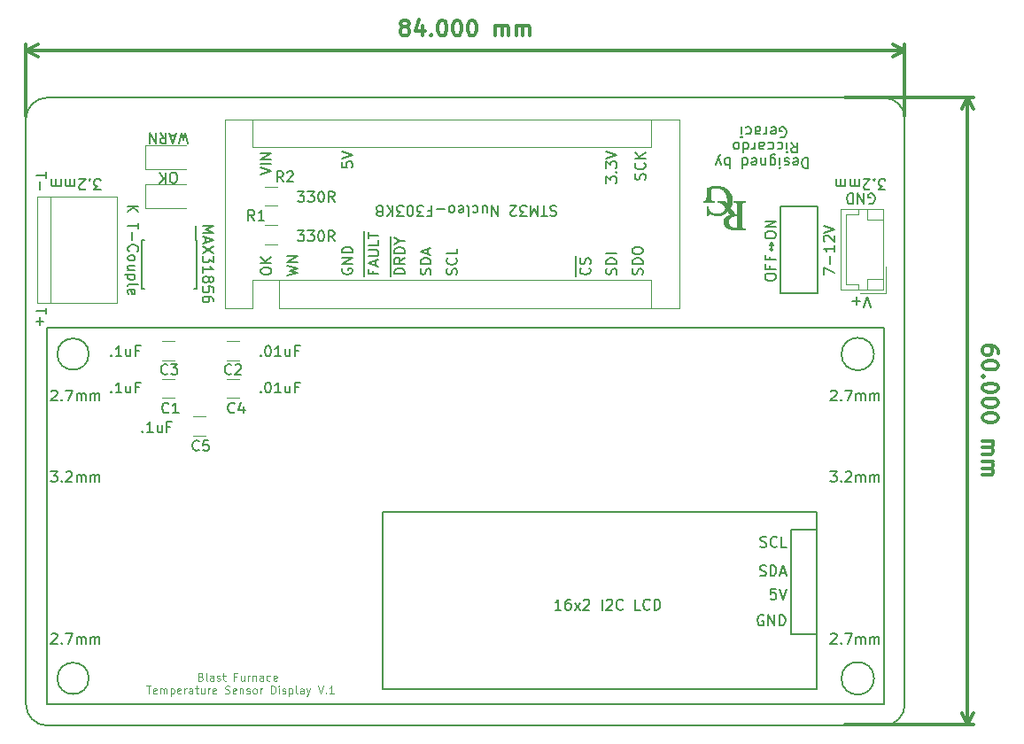
<source format=gbr>
%TF.GenerationSoftware,KiCad,Pcbnew,(5.0.0)*%
%TF.CreationDate,2020-02-28T20:01:44+00:00*%
%TF.ProjectId,Blast Furnace PCB,426C617374204675726E616365205043,rev?*%
%TF.SameCoordinates,Original*%
%TF.FileFunction,Legend,Top*%
%TF.FilePolarity,Positive*%
%FSLAX46Y46*%
G04 Gerber Fmt 4.6, Leading zero omitted, Abs format (unit mm)*
G04 Created by KiCad (PCBNEW (5.0.0)) date 02/28/20 20:01:44*
%MOMM*%
%LPD*%
G01*
G04 APERTURE LIST*
%ADD10C,0.150000*%
%ADD11C,0.300000*%
%ADD12C,0.100000*%
%ADD13C,0.120000*%
%ADD14C,0.010000*%
G04 APERTURE END LIST*
D10*
X111935000Y-105695238D02*
X111935000Y-104695238D01*
X113302380Y-105457143D02*
X112302380Y-105457143D01*
X112302380Y-105219047D01*
X112350000Y-105076190D01*
X112445238Y-104980952D01*
X112540476Y-104933333D01*
X112730952Y-104885714D01*
X112873809Y-104885714D01*
X113064285Y-104933333D01*
X113159523Y-104980952D01*
X113254761Y-105076190D01*
X113302380Y-105219047D01*
X113302380Y-105457143D01*
X111935000Y-104695238D02*
X111935000Y-103695238D01*
X113302380Y-103885714D02*
X112826190Y-104219047D01*
X113302380Y-104457143D02*
X112302380Y-104457143D01*
X112302380Y-104076190D01*
X112350000Y-103980952D01*
X112397619Y-103933333D01*
X112492857Y-103885714D01*
X112635714Y-103885714D01*
X112730952Y-103933333D01*
X112778571Y-103980952D01*
X112826190Y-104076190D01*
X112826190Y-104457143D01*
X111935000Y-103695238D02*
X111935000Y-102695238D01*
X113302380Y-103457143D02*
X112302380Y-103457143D01*
X112302380Y-103219047D01*
X112350000Y-103076190D01*
X112445238Y-102980952D01*
X112540476Y-102933333D01*
X112730952Y-102885714D01*
X112873809Y-102885714D01*
X113064285Y-102933333D01*
X113159523Y-102980952D01*
X113254761Y-103076190D01*
X113302380Y-103219047D01*
X113302380Y-103457143D01*
X111935000Y-102695238D02*
X111935000Y-101838095D01*
X112826190Y-102266667D02*
X113302380Y-102266667D01*
X112302380Y-102600000D02*
X112826190Y-102266667D01*
X112302380Y-101933333D01*
X136004761Y-105504761D02*
X136052380Y-105361904D01*
X136052380Y-105123809D01*
X136004761Y-105028571D01*
X135957142Y-104980952D01*
X135861904Y-104933333D01*
X135766666Y-104933333D01*
X135671428Y-104980952D01*
X135623809Y-105028571D01*
X135576190Y-105123809D01*
X135528571Y-105314285D01*
X135480952Y-105409523D01*
X135433333Y-105457142D01*
X135338095Y-105504761D01*
X135242857Y-105504761D01*
X135147619Y-105457142D01*
X135100000Y-105409523D01*
X135052380Y-105314285D01*
X135052380Y-105076190D01*
X135100000Y-104933333D01*
X136052380Y-104504761D02*
X135052380Y-104504761D01*
X135052380Y-104266666D01*
X135100000Y-104123809D01*
X135195238Y-104028571D01*
X135290476Y-103980952D01*
X135480952Y-103933333D01*
X135623809Y-103933333D01*
X135814285Y-103980952D01*
X135909523Y-104028571D01*
X136004761Y-104123809D01*
X136052380Y-104266666D01*
X136052380Y-104504761D01*
X135052380Y-103314285D02*
X135052380Y-103123809D01*
X135100000Y-103028571D01*
X135195238Y-102933333D01*
X135385714Y-102885714D01*
X135719047Y-102885714D01*
X135909523Y-102933333D01*
X136004761Y-103028571D01*
X136052380Y-103123809D01*
X136052380Y-103314285D01*
X136004761Y-103409523D01*
X135909523Y-103504761D01*
X135719047Y-103552380D01*
X135385714Y-103552380D01*
X135195238Y-103504761D01*
X135100000Y-103409523D01*
X135052380Y-103314285D01*
X133504761Y-105504762D02*
X133552380Y-105361905D01*
X133552380Y-105123810D01*
X133504761Y-105028572D01*
X133457142Y-104980953D01*
X133361904Y-104933333D01*
X133266666Y-104933333D01*
X133171428Y-104980953D01*
X133123809Y-105028572D01*
X133076190Y-105123810D01*
X133028571Y-105314286D01*
X132980952Y-105409524D01*
X132933333Y-105457143D01*
X132838095Y-105504762D01*
X132742857Y-105504762D01*
X132647619Y-105457143D01*
X132600000Y-105409524D01*
X132552380Y-105314286D01*
X132552380Y-105076191D01*
X132600000Y-104933333D01*
X133552380Y-104504762D02*
X132552380Y-104504762D01*
X132552380Y-104266667D01*
X132600000Y-104123810D01*
X132695238Y-104028572D01*
X132790476Y-103980953D01*
X132980952Y-103933333D01*
X133123809Y-103933333D01*
X133314285Y-103980953D01*
X133409523Y-104028572D01*
X133504761Y-104123810D01*
X133552380Y-104266667D01*
X133552380Y-104504762D01*
X133552380Y-103504762D02*
X132552380Y-103504762D01*
X129685000Y-105695238D02*
X129685000Y-104695238D01*
X130957142Y-104885714D02*
X131004761Y-104933333D01*
X131052380Y-105076190D01*
X131052380Y-105171428D01*
X131004761Y-105314286D01*
X130909523Y-105409524D01*
X130814285Y-105457143D01*
X130623809Y-105504762D01*
X130480952Y-105504762D01*
X130290476Y-105457143D01*
X130195238Y-105409524D01*
X130100000Y-105314286D01*
X130052380Y-105171428D01*
X130052380Y-105076190D01*
X130100000Y-104933333D01*
X130147619Y-104885714D01*
X129685000Y-104695238D02*
X129685000Y-103742857D01*
X131004761Y-104504762D02*
X131052380Y-104361905D01*
X131052380Y-104123809D01*
X131004761Y-104028571D01*
X130957142Y-103980952D01*
X130861904Y-103933333D01*
X130766666Y-103933333D01*
X130671428Y-103980952D01*
X130623809Y-104028571D01*
X130576190Y-104123809D01*
X130528571Y-104314286D01*
X130480952Y-104409524D01*
X130433333Y-104457143D01*
X130338095Y-104504762D01*
X130242857Y-104504762D01*
X130147619Y-104457143D01*
X130100000Y-104409524D01*
X130052380Y-104314286D01*
X130052380Y-104076190D01*
X130100000Y-103933333D01*
X99552380Y-105266667D02*
X99552380Y-105076190D01*
X99600000Y-104980952D01*
X99695238Y-104885714D01*
X99885714Y-104838095D01*
X100219047Y-104838095D01*
X100409523Y-104885714D01*
X100504761Y-104980952D01*
X100552380Y-105076190D01*
X100552380Y-105266667D01*
X100504761Y-105361905D01*
X100409523Y-105457143D01*
X100219047Y-105504762D01*
X99885714Y-105504762D01*
X99695238Y-105457143D01*
X99600000Y-105361905D01*
X99552380Y-105266667D01*
X100552380Y-104409524D02*
X99552380Y-104409524D01*
X100552380Y-103838095D02*
X99980952Y-104266667D01*
X99552380Y-103838095D02*
X100123809Y-104409524D01*
X102052380Y-105552380D02*
X103052380Y-105314285D01*
X102338095Y-105123809D01*
X103052380Y-104933333D01*
X102052380Y-104695238D01*
X103052380Y-104314285D02*
X102052380Y-104314285D01*
X103052380Y-103742857D01*
X102052380Y-103742857D01*
X107350000Y-104933333D02*
X107302380Y-105028571D01*
X107302380Y-105171429D01*
X107350000Y-105314286D01*
X107445238Y-105409524D01*
X107540476Y-105457143D01*
X107730952Y-105504762D01*
X107873809Y-105504762D01*
X108064285Y-105457143D01*
X108159523Y-105409524D01*
X108254761Y-105314286D01*
X108302380Y-105171429D01*
X108302380Y-105076190D01*
X108254761Y-104933333D01*
X108207142Y-104885714D01*
X107873809Y-104885714D01*
X107873809Y-105076190D01*
X108302380Y-104457143D02*
X107302380Y-104457143D01*
X108302380Y-103885714D01*
X107302380Y-103885714D01*
X108302380Y-103409524D02*
X107302380Y-103409524D01*
X107302380Y-103171429D01*
X107350000Y-103028571D01*
X107445238Y-102933333D01*
X107540476Y-102885714D01*
X107730952Y-102838095D01*
X107873809Y-102838095D01*
X108064285Y-102885714D01*
X108159523Y-102933333D01*
X108254761Y-103028571D01*
X108302380Y-103171429D01*
X108302380Y-103409524D01*
X109435000Y-105695238D02*
X109435000Y-104838095D01*
X110278571Y-105123810D02*
X110278571Y-105457143D01*
X110802380Y-105457143D02*
X109802380Y-105457143D01*
X109802380Y-104980952D01*
X109435000Y-104838095D02*
X109435000Y-103980952D01*
X110516666Y-104647619D02*
X110516666Y-104171429D01*
X110802380Y-104742857D02*
X109802380Y-104409524D01*
X110802380Y-104076191D01*
X109435000Y-103980952D02*
X109435000Y-102933333D01*
X109802380Y-103742857D02*
X110611904Y-103742857D01*
X110707142Y-103695238D01*
X110754761Y-103647619D01*
X110802380Y-103552381D01*
X110802380Y-103361905D01*
X110754761Y-103266667D01*
X110707142Y-103219048D01*
X110611904Y-103171429D01*
X109802380Y-103171429D01*
X109435000Y-102933333D02*
X109435000Y-102123810D01*
X110802380Y-102219048D02*
X110802380Y-102695238D01*
X109802380Y-102695238D01*
X109435000Y-102123810D02*
X109435000Y-101361905D01*
X109802380Y-102028572D02*
X109802380Y-101457143D01*
X110802380Y-101742857D02*
X109802380Y-101742857D01*
X99552380Y-95945238D02*
X100552380Y-95611904D01*
X99552380Y-95278571D01*
X100552380Y-94945238D02*
X99552380Y-94945238D01*
X100552380Y-94469047D02*
X99552380Y-94469047D01*
X100552380Y-93897619D01*
X99552380Y-93897619D01*
X107302380Y-94754762D02*
X107302380Y-95230952D01*
X107778571Y-95278571D01*
X107730952Y-95230952D01*
X107683333Y-95135714D01*
X107683333Y-94897619D01*
X107730952Y-94802381D01*
X107778571Y-94754762D01*
X107873809Y-94707143D01*
X108111904Y-94707143D01*
X108207142Y-94754762D01*
X108254761Y-94802381D01*
X108302380Y-94897619D01*
X108302380Y-95135714D01*
X108254761Y-95230952D01*
X108207142Y-95278571D01*
X107302380Y-94421428D02*
X108302380Y-94088095D01*
X107302380Y-93754762D01*
X136254761Y-96421429D02*
X136302380Y-96278572D01*
X136302380Y-96040476D01*
X136254761Y-95945238D01*
X136207142Y-95897619D01*
X136111904Y-95850000D01*
X136016666Y-95850000D01*
X135921428Y-95897619D01*
X135873809Y-95945238D01*
X135826190Y-96040476D01*
X135778571Y-96230953D01*
X135730952Y-96326191D01*
X135683333Y-96373810D01*
X135588095Y-96421429D01*
X135492857Y-96421429D01*
X135397619Y-96373810D01*
X135350000Y-96326191D01*
X135302380Y-96230953D01*
X135302380Y-95992857D01*
X135350000Y-95850000D01*
X136207142Y-94850000D02*
X136254761Y-94897619D01*
X136302380Y-95040476D01*
X136302380Y-95135715D01*
X136254761Y-95278572D01*
X136159523Y-95373810D01*
X136064285Y-95421429D01*
X135873809Y-95469048D01*
X135730952Y-95469048D01*
X135540476Y-95421429D01*
X135445238Y-95373810D01*
X135350000Y-95278572D01*
X135302380Y-95135715D01*
X135302380Y-95040476D01*
X135350000Y-94897619D01*
X135397619Y-94850000D01*
X136302380Y-94421429D02*
X135302380Y-94421429D01*
X136302380Y-93850000D02*
X135730952Y-94278572D01*
X135302380Y-93850000D02*
X135873809Y-94421429D01*
X132552380Y-96754762D02*
X132552380Y-96135714D01*
X132933333Y-96469048D01*
X132933333Y-96326191D01*
X132980952Y-96230952D01*
X133028571Y-96183333D01*
X133123809Y-96135714D01*
X133361904Y-96135714D01*
X133457142Y-96183333D01*
X133504761Y-96230952D01*
X133552380Y-96326191D01*
X133552380Y-96611905D01*
X133504761Y-96707143D01*
X133457142Y-96754762D01*
X133457142Y-95707143D02*
X133504761Y-95659524D01*
X133552380Y-95707143D01*
X133504761Y-95754762D01*
X133457142Y-95707143D01*
X133552380Y-95707143D01*
X132552380Y-95326191D02*
X132552380Y-94707143D01*
X132933333Y-95040476D01*
X132933333Y-94897619D01*
X132980952Y-94802381D01*
X133028571Y-94754762D01*
X133123809Y-94707143D01*
X133361904Y-94707143D01*
X133457142Y-94754762D01*
X133504761Y-94802381D01*
X133552380Y-94897619D01*
X133552380Y-95183333D01*
X133504761Y-95278572D01*
X133457142Y-95326191D01*
X132552380Y-94421429D02*
X133552380Y-94088095D01*
X132552380Y-93754762D01*
X118254761Y-105504762D02*
X118302380Y-105361905D01*
X118302380Y-105123809D01*
X118254761Y-105028571D01*
X118207142Y-104980952D01*
X118111904Y-104933333D01*
X118016666Y-104933333D01*
X117921428Y-104980952D01*
X117873809Y-105028571D01*
X117826190Y-105123809D01*
X117778571Y-105314286D01*
X117730952Y-105409524D01*
X117683333Y-105457143D01*
X117588095Y-105504762D01*
X117492857Y-105504762D01*
X117397619Y-105457143D01*
X117350000Y-105409524D01*
X117302380Y-105314286D01*
X117302380Y-105076190D01*
X117350000Y-104933333D01*
X118207142Y-103933333D02*
X118254761Y-103980952D01*
X118302380Y-104123809D01*
X118302380Y-104219047D01*
X118254761Y-104361905D01*
X118159523Y-104457143D01*
X118064285Y-104504762D01*
X117873809Y-104552381D01*
X117730952Y-104552381D01*
X117540476Y-104504762D01*
X117445238Y-104457143D01*
X117350000Y-104361905D01*
X117302380Y-104219047D01*
X117302380Y-104123809D01*
X117350000Y-103980952D01*
X117397619Y-103933333D01*
X118302380Y-103028571D02*
X118302380Y-103504762D01*
X117302380Y-103504762D01*
X115754761Y-105504761D02*
X115802380Y-105361904D01*
X115802380Y-105123809D01*
X115754761Y-105028571D01*
X115707142Y-104980952D01*
X115611904Y-104933333D01*
X115516666Y-104933333D01*
X115421428Y-104980952D01*
X115373809Y-105028571D01*
X115326190Y-105123809D01*
X115278571Y-105314285D01*
X115230952Y-105409523D01*
X115183333Y-105457142D01*
X115088095Y-105504761D01*
X114992857Y-105504761D01*
X114897619Y-105457142D01*
X114850000Y-105409523D01*
X114802380Y-105314285D01*
X114802380Y-105076190D01*
X114850000Y-104933333D01*
X115802380Y-104504761D02*
X114802380Y-104504761D01*
X114802380Y-104266666D01*
X114850000Y-104123809D01*
X114945238Y-104028571D01*
X115040476Y-103980952D01*
X115230952Y-103933333D01*
X115373809Y-103933333D01*
X115564285Y-103980952D01*
X115659523Y-104028571D01*
X115754761Y-104123809D01*
X115802380Y-104266666D01*
X115802380Y-104504761D01*
X115516666Y-103552380D02*
X115516666Y-103076190D01*
X115802380Y-103647618D02*
X114802380Y-103314285D01*
X115802380Y-102980952D01*
X147302380Y-131504761D02*
X147445237Y-131552380D01*
X147683333Y-131552380D01*
X147778571Y-131504761D01*
X147826190Y-131457142D01*
X147873809Y-131361904D01*
X147873809Y-131266666D01*
X147826190Y-131171428D01*
X147778571Y-131123809D01*
X147683333Y-131076190D01*
X147492857Y-131028571D01*
X147397618Y-130980952D01*
X147349999Y-130933333D01*
X147302380Y-130838095D01*
X147302380Y-130742857D01*
X147349999Y-130647619D01*
X147397618Y-130600000D01*
X147492857Y-130552380D01*
X147730952Y-130552380D01*
X147873809Y-130600000D01*
X148873809Y-131457142D02*
X148826190Y-131504761D01*
X148683333Y-131552380D01*
X148588095Y-131552380D01*
X148445237Y-131504761D01*
X148349999Y-131409523D01*
X148302380Y-131314285D01*
X148254761Y-131123809D01*
X148254761Y-130980952D01*
X148302380Y-130790476D01*
X148349999Y-130695238D01*
X148445237Y-130600000D01*
X148588095Y-130552380D01*
X148683333Y-130552380D01*
X148826190Y-130600000D01*
X148873809Y-130647619D01*
X149778571Y-131552380D02*
X149302380Y-131552380D01*
X149302380Y-130552380D01*
X147254762Y-134254761D02*
X147397619Y-134302380D01*
X147635714Y-134302380D01*
X147730952Y-134254761D01*
X147778571Y-134207142D01*
X147826190Y-134111904D01*
X147826190Y-134016666D01*
X147778571Y-133921428D01*
X147730952Y-133873809D01*
X147635714Y-133826190D01*
X147445238Y-133778571D01*
X147350000Y-133730952D01*
X147302381Y-133683333D01*
X147254762Y-133588095D01*
X147254762Y-133492857D01*
X147302381Y-133397619D01*
X147350000Y-133350000D01*
X147445238Y-133302380D01*
X147683333Y-133302380D01*
X147826190Y-133350000D01*
X148254762Y-134302380D02*
X148254762Y-133302380D01*
X148492857Y-133302380D01*
X148635714Y-133350000D01*
X148730952Y-133445238D01*
X148778571Y-133540476D01*
X148826190Y-133730952D01*
X148826190Y-133873809D01*
X148778571Y-134064285D01*
X148730952Y-134159523D01*
X148635714Y-134254761D01*
X148492857Y-134302380D01*
X148254762Y-134302380D01*
X149207143Y-134016666D02*
X149683333Y-134016666D01*
X149111905Y-134302380D02*
X149445238Y-133302380D01*
X149778571Y-134302380D01*
X148778571Y-135552380D02*
X148302381Y-135552380D01*
X148254762Y-136028571D01*
X148302381Y-135980952D01*
X148397619Y-135933333D01*
X148635714Y-135933333D01*
X148730952Y-135980952D01*
X148778571Y-136028571D01*
X148826190Y-136123809D01*
X148826190Y-136361904D01*
X148778571Y-136457142D01*
X148730952Y-136504761D01*
X148635714Y-136552380D01*
X148397619Y-136552380D01*
X148302381Y-136504761D01*
X148254762Y-136457142D01*
X149111905Y-135552380D02*
X149445238Y-136552380D01*
X149778571Y-135552380D01*
X147588095Y-138100000D02*
X147492857Y-138052380D01*
X147350000Y-138052380D01*
X147207142Y-138100000D01*
X147111904Y-138195238D01*
X147064285Y-138290476D01*
X147016666Y-138480952D01*
X147016666Y-138623809D01*
X147064285Y-138814285D01*
X147111904Y-138909523D01*
X147207142Y-139004761D01*
X147350000Y-139052380D01*
X147445238Y-139052380D01*
X147588095Y-139004761D01*
X147635714Y-138957142D01*
X147635714Y-138623809D01*
X147445238Y-138623809D01*
X148064285Y-139052380D02*
X148064285Y-138052380D01*
X148635714Y-139052380D01*
X148635714Y-138052380D01*
X149111904Y-139052380D02*
X149111904Y-138052380D01*
X149350000Y-138052380D01*
X149492857Y-138100000D01*
X149588095Y-138195238D01*
X149635714Y-138290476D01*
X149683333Y-138480952D01*
X149683333Y-138623809D01*
X149635714Y-138814285D01*
X149588095Y-138909523D01*
X149492857Y-139004761D01*
X149350000Y-139052380D01*
X149111904Y-139052380D01*
X84230952Y-97397619D02*
X83611904Y-97397619D01*
X83945238Y-97016666D01*
X83802380Y-97016666D01*
X83707142Y-96969047D01*
X83659523Y-96921428D01*
X83611904Y-96826190D01*
X83611904Y-96588095D01*
X83659523Y-96492857D01*
X83707142Y-96445238D01*
X83802380Y-96397619D01*
X84088095Y-96397619D01*
X84183333Y-96445238D01*
X84230952Y-96492857D01*
X83183333Y-96492857D02*
X83135714Y-96445238D01*
X83183333Y-96397619D01*
X83230952Y-96445238D01*
X83183333Y-96492857D01*
X83183333Y-96397619D01*
X82754761Y-97302380D02*
X82707142Y-97350000D01*
X82611904Y-97397619D01*
X82373809Y-97397619D01*
X82278571Y-97350000D01*
X82230952Y-97302380D01*
X82183333Y-97207142D01*
X82183333Y-97111904D01*
X82230952Y-96969047D01*
X82802380Y-96397619D01*
X82183333Y-96397619D01*
X81754761Y-96397619D02*
X81754761Y-97064285D01*
X81754761Y-96969047D02*
X81707142Y-97016666D01*
X81611904Y-97064285D01*
X81469047Y-97064285D01*
X81373809Y-97016666D01*
X81326190Y-96921428D01*
X81326190Y-96397619D01*
X81326190Y-96921428D02*
X81278571Y-97016666D01*
X81183333Y-97064285D01*
X81040476Y-97064285D01*
X80945238Y-97016666D01*
X80897619Y-96921428D01*
X80897619Y-96397619D01*
X80421428Y-96397619D02*
X80421428Y-97064285D01*
X80421428Y-96969047D02*
X80373809Y-97016666D01*
X80278571Y-97064285D01*
X80135714Y-97064285D01*
X80040476Y-97016666D01*
X79992857Y-96921428D01*
X79992857Y-96397619D01*
X79992857Y-96921428D02*
X79945238Y-97016666D01*
X79850000Y-97064285D01*
X79707142Y-97064285D01*
X79611904Y-97016666D01*
X79564285Y-96921428D01*
X79564285Y-96397619D01*
X159230952Y-97397619D02*
X158611904Y-97397619D01*
X158945238Y-97016666D01*
X158802380Y-97016666D01*
X158707142Y-96969047D01*
X158659523Y-96921428D01*
X158611904Y-96826190D01*
X158611904Y-96588095D01*
X158659523Y-96492857D01*
X158707142Y-96445238D01*
X158802380Y-96397619D01*
X159088095Y-96397619D01*
X159183333Y-96445238D01*
X159230952Y-96492857D01*
X158183333Y-96492857D02*
X158135714Y-96445238D01*
X158183333Y-96397619D01*
X158230952Y-96445238D01*
X158183333Y-96492857D01*
X158183333Y-96397619D01*
X157754761Y-97302380D02*
X157707142Y-97350000D01*
X157611904Y-97397619D01*
X157373809Y-97397619D01*
X157278571Y-97350000D01*
X157230952Y-97302380D01*
X157183333Y-97207142D01*
X157183333Y-97111904D01*
X157230952Y-96969047D01*
X157802380Y-96397619D01*
X157183333Y-96397619D01*
X156754761Y-96397619D02*
X156754761Y-97064285D01*
X156754761Y-96969047D02*
X156707142Y-97016666D01*
X156611904Y-97064285D01*
X156469047Y-97064285D01*
X156373809Y-97016666D01*
X156326190Y-96921428D01*
X156326190Y-96397619D01*
X156326190Y-96921428D02*
X156278571Y-97016666D01*
X156183333Y-97064285D01*
X156040476Y-97064285D01*
X155945238Y-97016666D01*
X155897619Y-96921428D01*
X155897619Y-96397619D01*
X155421428Y-96397619D02*
X155421428Y-97064285D01*
X155421428Y-96969047D02*
X155373809Y-97016666D01*
X155278571Y-97064285D01*
X155135714Y-97064285D01*
X155040476Y-97016666D01*
X154992857Y-96921428D01*
X154992857Y-96397619D01*
X154992857Y-96921428D02*
X154945238Y-97016666D01*
X154850000Y-97064285D01*
X154707142Y-97064285D01*
X154611904Y-97016666D01*
X154564285Y-96921428D01*
X154564285Y-96397619D01*
X154016666Y-116647619D02*
X154064285Y-116600000D01*
X154159523Y-116552380D01*
X154397619Y-116552380D01*
X154492857Y-116600000D01*
X154540476Y-116647619D01*
X154588095Y-116742857D01*
X154588095Y-116838095D01*
X154540476Y-116980952D01*
X153969047Y-117552380D01*
X154588095Y-117552380D01*
X155016666Y-117457142D02*
X155064285Y-117504761D01*
X155016666Y-117552380D01*
X154969047Y-117504761D01*
X155016666Y-117457142D01*
X155016666Y-117552380D01*
X155397619Y-116552380D02*
X156064285Y-116552380D01*
X155635714Y-117552380D01*
X156445238Y-117552380D02*
X156445238Y-116885714D01*
X156445238Y-116980952D02*
X156492857Y-116933333D01*
X156588095Y-116885714D01*
X156730952Y-116885714D01*
X156826190Y-116933333D01*
X156873809Y-117028571D01*
X156873809Y-117552380D01*
X156873809Y-117028571D02*
X156921428Y-116933333D01*
X157016666Y-116885714D01*
X157159523Y-116885714D01*
X157254761Y-116933333D01*
X157302380Y-117028571D01*
X157302380Y-117552380D01*
X157778571Y-117552380D02*
X157778571Y-116885714D01*
X157778571Y-116980952D02*
X157826190Y-116933333D01*
X157921428Y-116885714D01*
X158064285Y-116885714D01*
X158159523Y-116933333D01*
X158207142Y-117028571D01*
X158207142Y-117552380D01*
X158207142Y-117028571D02*
X158254761Y-116933333D01*
X158350000Y-116885714D01*
X158492857Y-116885714D01*
X158588095Y-116933333D01*
X158635714Y-117028571D01*
X158635714Y-117552380D01*
X79516666Y-116647619D02*
X79564285Y-116600000D01*
X79659523Y-116552380D01*
X79897619Y-116552380D01*
X79992857Y-116600000D01*
X80040476Y-116647619D01*
X80088095Y-116742857D01*
X80088095Y-116838095D01*
X80040476Y-116980952D01*
X79469047Y-117552380D01*
X80088095Y-117552380D01*
X80516666Y-117457142D02*
X80564285Y-117504761D01*
X80516666Y-117552380D01*
X80469047Y-117504761D01*
X80516666Y-117457142D01*
X80516666Y-117552380D01*
X80897619Y-116552380D02*
X81564285Y-116552380D01*
X81135714Y-117552380D01*
X81945238Y-117552380D02*
X81945238Y-116885714D01*
X81945238Y-116980952D02*
X81992857Y-116933333D01*
X82088095Y-116885714D01*
X82230952Y-116885714D01*
X82326190Y-116933333D01*
X82373809Y-117028571D01*
X82373809Y-117552380D01*
X82373809Y-117028571D02*
X82421428Y-116933333D01*
X82516666Y-116885714D01*
X82659523Y-116885714D01*
X82754761Y-116933333D01*
X82802380Y-117028571D01*
X82802380Y-117552380D01*
X83278571Y-117552380D02*
X83278571Y-116885714D01*
X83278571Y-116980952D02*
X83326190Y-116933333D01*
X83421428Y-116885714D01*
X83564285Y-116885714D01*
X83659523Y-116933333D01*
X83707142Y-117028571D01*
X83707142Y-117552380D01*
X83707142Y-117028571D02*
X83754761Y-116933333D01*
X83850000Y-116885714D01*
X83992857Y-116885714D01*
X84088095Y-116933333D01*
X84135714Y-117028571D01*
X84135714Y-117552380D01*
X154016666Y-139897619D02*
X154064285Y-139850000D01*
X154159523Y-139802380D01*
X154397619Y-139802380D01*
X154492857Y-139850000D01*
X154540476Y-139897619D01*
X154588095Y-139992857D01*
X154588095Y-140088095D01*
X154540476Y-140230952D01*
X153969047Y-140802380D01*
X154588095Y-140802380D01*
X155016666Y-140707142D02*
X155064285Y-140754761D01*
X155016666Y-140802380D01*
X154969047Y-140754761D01*
X155016666Y-140707142D01*
X155016666Y-140802380D01*
X155397619Y-139802380D02*
X156064285Y-139802380D01*
X155635714Y-140802380D01*
X156445238Y-140802380D02*
X156445238Y-140135714D01*
X156445238Y-140230952D02*
X156492857Y-140183333D01*
X156588095Y-140135714D01*
X156730952Y-140135714D01*
X156826190Y-140183333D01*
X156873809Y-140278571D01*
X156873809Y-140802380D01*
X156873809Y-140278571D02*
X156921428Y-140183333D01*
X157016666Y-140135714D01*
X157159523Y-140135714D01*
X157254761Y-140183333D01*
X157302380Y-140278571D01*
X157302380Y-140802380D01*
X157778571Y-140802380D02*
X157778571Y-140135714D01*
X157778571Y-140230952D02*
X157826190Y-140183333D01*
X157921428Y-140135714D01*
X158064285Y-140135714D01*
X158159523Y-140183333D01*
X158207142Y-140278571D01*
X158207142Y-140802380D01*
X158207142Y-140278571D02*
X158254761Y-140183333D01*
X158350000Y-140135714D01*
X158492857Y-140135714D01*
X158588095Y-140183333D01*
X158635714Y-140278571D01*
X158635714Y-140802380D01*
X79516666Y-139897619D02*
X79564285Y-139850000D01*
X79659523Y-139802380D01*
X79897619Y-139802380D01*
X79992857Y-139850000D01*
X80040476Y-139897619D01*
X80088095Y-139992857D01*
X80088095Y-140088095D01*
X80040476Y-140230952D01*
X79469047Y-140802380D01*
X80088095Y-140802380D01*
X80516666Y-140707142D02*
X80564285Y-140754761D01*
X80516666Y-140802380D01*
X80469047Y-140754761D01*
X80516666Y-140707142D01*
X80516666Y-140802380D01*
X80897619Y-139802380D02*
X81564285Y-139802380D01*
X81135714Y-140802380D01*
X81945238Y-140802380D02*
X81945238Y-140135714D01*
X81945238Y-140230952D02*
X81992857Y-140183333D01*
X82088095Y-140135714D01*
X82230952Y-140135714D01*
X82326190Y-140183333D01*
X82373809Y-140278571D01*
X82373809Y-140802380D01*
X82373809Y-140278571D02*
X82421428Y-140183333D01*
X82516666Y-140135714D01*
X82659523Y-140135714D01*
X82754761Y-140183333D01*
X82802380Y-140278571D01*
X82802380Y-140802380D01*
X83278571Y-140802380D02*
X83278571Y-140135714D01*
X83278571Y-140230952D02*
X83326190Y-140183333D01*
X83421428Y-140135714D01*
X83564285Y-140135714D01*
X83659523Y-140183333D01*
X83707142Y-140278571D01*
X83707142Y-140802380D01*
X83707142Y-140278571D02*
X83754761Y-140183333D01*
X83850000Y-140135714D01*
X83992857Y-140135714D01*
X84088095Y-140183333D01*
X84135714Y-140278571D01*
X84135714Y-140802380D01*
X79469047Y-124302380D02*
X80088095Y-124302380D01*
X79754761Y-124683333D01*
X79897619Y-124683333D01*
X79992857Y-124730952D01*
X80040476Y-124778571D01*
X80088095Y-124873809D01*
X80088095Y-125111904D01*
X80040476Y-125207142D01*
X79992857Y-125254761D01*
X79897619Y-125302380D01*
X79611904Y-125302380D01*
X79516666Y-125254761D01*
X79469047Y-125207142D01*
X80516666Y-125207142D02*
X80564285Y-125254761D01*
X80516666Y-125302380D01*
X80469047Y-125254761D01*
X80516666Y-125207142D01*
X80516666Y-125302380D01*
X80945238Y-124397619D02*
X80992857Y-124350000D01*
X81088095Y-124302380D01*
X81326190Y-124302380D01*
X81421428Y-124350000D01*
X81469047Y-124397619D01*
X81516666Y-124492857D01*
X81516666Y-124588095D01*
X81469047Y-124730952D01*
X80897619Y-125302380D01*
X81516666Y-125302380D01*
X81945238Y-125302380D02*
X81945238Y-124635714D01*
X81945238Y-124730952D02*
X81992857Y-124683333D01*
X82088095Y-124635714D01*
X82230952Y-124635714D01*
X82326190Y-124683333D01*
X82373809Y-124778571D01*
X82373809Y-125302380D01*
X82373809Y-124778571D02*
X82421428Y-124683333D01*
X82516666Y-124635714D01*
X82659523Y-124635714D01*
X82754761Y-124683333D01*
X82802380Y-124778571D01*
X82802380Y-125302380D01*
X83278571Y-125302380D02*
X83278571Y-124635714D01*
X83278571Y-124730952D02*
X83326190Y-124683333D01*
X83421428Y-124635714D01*
X83564285Y-124635714D01*
X83659523Y-124683333D01*
X83707142Y-124778571D01*
X83707142Y-125302380D01*
X83707142Y-124778571D02*
X83754761Y-124683333D01*
X83850000Y-124635714D01*
X83992857Y-124635714D01*
X84088095Y-124683333D01*
X84135714Y-124778571D01*
X84135714Y-125302380D01*
X153969047Y-124302380D02*
X154588095Y-124302380D01*
X154254761Y-124683333D01*
X154397619Y-124683333D01*
X154492857Y-124730952D01*
X154540476Y-124778571D01*
X154588095Y-124873809D01*
X154588095Y-125111904D01*
X154540476Y-125207142D01*
X154492857Y-125254761D01*
X154397619Y-125302380D01*
X154111904Y-125302380D01*
X154016666Y-125254761D01*
X153969047Y-125207142D01*
X155016666Y-125207142D02*
X155064285Y-125254761D01*
X155016666Y-125302380D01*
X154969047Y-125254761D01*
X155016666Y-125207142D01*
X155016666Y-125302380D01*
X155445238Y-124397619D02*
X155492857Y-124350000D01*
X155588095Y-124302380D01*
X155826190Y-124302380D01*
X155921428Y-124350000D01*
X155969047Y-124397619D01*
X156016666Y-124492857D01*
X156016666Y-124588095D01*
X155969047Y-124730952D01*
X155397619Y-125302380D01*
X156016666Y-125302380D01*
X156445238Y-125302380D02*
X156445238Y-124635714D01*
X156445238Y-124730952D02*
X156492857Y-124683333D01*
X156588095Y-124635714D01*
X156730952Y-124635714D01*
X156826190Y-124683333D01*
X156873809Y-124778571D01*
X156873809Y-125302380D01*
X156873809Y-124778571D02*
X156921428Y-124683333D01*
X157016666Y-124635714D01*
X157159523Y-124635714D01*
X157254761Y-124683333D01*
X157302380Y-124778571D01*
X157302380Y-125302380D01*
X157778571Y-125302380D02*
X157778571Y-124635714D01*
X157778571Y-124730952D02*
X157826190Y-124683333D01*
X157921428Y-124635714D01*
X158064285Y-124635714D01*
X158159523Y-124683333D01*
X158207142Y-124778571D01*
X158207142Y-125302380D01*
X158207142Y-124778571D02*
X158254761Y-124683333D01*
X158350000Y-124635714D01*
X158492857Y-124635714D01*
X158588095Y-124683333D01*
X158635714Y-124778571D01*
X158635714Y-125302380D01*
X157852380Y-108647619D02*
X157519047Y-107647619D01*
X157185714Y-108647619D01*
X156852380Y-108028571D02*
X156090476Y-108028571D01*
X156471428Y-107647619D02*
X156471428Y-108409523D01*
X157661904Y-98700000D02*
X157757142Y-98747619D01*
X157900000Y-98747619D01*
X158042857Y-98700000D01*
X158138095Y-98604761D01*
X158185714Y-98509523D01*
X158233333Y-98319047D01*
X158233333Y-98176190D01*
X158185714Y-97985714D01*
X158138095Y-97890476D01*
X158042857Y-97795238D01*
X157900000Y-97747619D01*
X157804761Y-97747619D01*
X157661904Y-97795238D01*
X157614285Y-97842857D01*
X157614285Y-98176190D01*
X157804761Y-98176190D01*
X157185714Y-97747619D02*
X157185714Y-98747619D01*
X156614285Y-97747619D01*
X156614285Y-98747619D01*
X156138095Y-97747619D02*
X156138095Y-98747619D01*
X155900000Y-98747619D01*
X155757142Y-98700000D01*
X155661904Y-98604761D01*
X155614285Y-98509523D01*
X155566666Y-98319047D01*
X155566666Y-98176190D01*
X155614285Y-97985714D01*
X155661904Y-97890476D01*
X155757142Y-97795238D01*
X155900000Y-97747619D01*
X156138095Y-97747619D01*
X93633333Y-122257142D02*
X93585714Y-122304761D01*
X93442857Y-122352380D01*
X93347619Y-122352380D01*
X93204761Y-122304761D01*
X93109523Y-122209523D01*
X93061904Y-122114285D01*
X93014285Y-121923809D01*
X93014285Y-121780952D01*
X93061904Y-121590476D01*
X93109523Y-121495238D01*
X93204761Y-121400000D01*
X93347619Y-121352380D01*
X93442857Y-121352380D01*
X93585714Y-121400000D01*
X93633333Y-121447619D01*
X94538095Y-121352380D02*
X94061904Y-121352380D01*
X94014285Y-121828571D01*
X94061904Y-121780952D01*
X94157142Y-121733333D01*
X94395238Y-121733333D01*
X94490476Y-121780952D01*
X94538095Y-121828571D01*
X94585714Y-121923809D01*
X94585714Y-122161904D01*
X94538095Y-122257142D01*
X94490476Y-122304761D01*
X94395238Y-122352380D01*
X94157142Y-122352380D01*
X94061904Y-122304761D01*
X94014285Y-122257142D01*
X97033333Y-118657142D02*
X96985714Y-118704761D01*
X96842857Y-118752380D01*
X96747619Y-118752380D01*
X96604761Y-118704761D01*
X96509523Y-118609523D01*
X96461904Y-118514285D01*
X96414285Y-118323809D01*
X96414285Y-118180952D01*
X96461904Y-117990476D01*
X96509523Y-117895238D01*
X96604761Y-117800000D01*
X96747619Y-117752380D01*
X96842857Y-117752380D01*
X96985714Y-117800000D01*
X97033333Y-117847619D01*
X97890476Y-118085714D02*
X97890476Y-118752380D01*
X97652380Y-117704761D02*
X97414285Y-118419047D01*
X98033333Y-118419047D01*
X90733333Y-118657142D02*
X90685714Y-118704761D01*
X90542857Y-118752380D01*
X90447619Y-118752380D01*
X90304761Y-118704761D01*
X90209523Y-118609523D01*
X90161904Y-118514285D01*
X90114285Y-118323809D01*
X90114285Y-118180952D01*
X90161904Y-117990476D01*
X90209523Y-117895238D01*
X90304761Y-117800000D01*
X90447619Y-117752380D01*
X90542857Y-117752380D01*
X90685714Y-117800000D01*
X90733333Y-117847619D01*
X91685714Y-118752380D02*
X91114285Y-118752380D01*
X91400000Y-118752380D02*
X91400000Y-117752380D01*
X91304761Y-117895238D01*
X91209523Y-117990476D01*
X91114285Y-118038095D01*
X96733333Y-114957142D02*
X96685714Y-115004761D01*
X96542857Y-115052380D01*
X96447619Y-115052380D01*
X96304761Y-115004761D01*
X96209523Y-114909523D01*
X96161904Y-114814285D01*
X96114285Y-114623809D01*
X96114285Y-114480952D01*
X96161904Y-114290476D01*
X96209523Y-114195238D01*
X96304761Y-114100000D01*
X96447619Y-114052380D01*
X96542857Y-114052380D01*
X96685714Y-114100000D01*
X96733333Y-114147619D01*
X97114285Y-114147619D02*
X97161904Y-114100000D01*
X97257142Y-114052380D01*
X97495238Y-114052380D01*
X97590476Y-114100000D01*
X97638095Y-114147619D01*
X97685714Y-114242857D01*
X97685714Y-114338095D01*
X97638095Y-114480952D01*
X97066666Y-115052380D01*
X97685714Y-115052380D01*
X90633333Y-114957142D02*
X90585714Y-115004761D01*
X90442857Y-115052380D01*
X90347619Y-115052380D01*
X90204761Y-115004761D01*
X90109523Y-114909523D01*
X90061904Y-114814285D01*
X90014285Y-114623809D01*
X90014285Y-114480952D01*
X90061904Y-114290476D01*
X90109523Y-114195238D01*
X90204761Y-114100000D01*
X90347619Y-114052380D01*
X90442857Y-114052380D01*
X90585714Y-114100000D01*
X90633333Y-114147619D01*
X90966666Y-114052380D02*
X91585714Y-114052380D01*
X91252380Y-114433333D01*
X91395238Y-114433333D01*
X91490476Y-114480952D01*
X91538095Y-114528571D01*
X91585714Y-114623809D01*
X91585714Y-114861904D01*
X91538095Y-114957142D01*
X91490476Y-115004761D01*
X91395238Y-115052380D01*
X91109523Y-115052380D01*
X91014285Y-115004761D01*
X90966666Y-114957142D01*
X86847619Y-98949524D02*
X87847619Y-98949524D01*
X86847619Y-99520953D02*
X87419047Y-99092381D01*
X87847619Y-99520953D02*
X87276190Y-98949524D01*
X87847619Y-100568572D02*
X87847619Y-101140001D01*
X86847619Y-100854286D02*
X87847619Y-100854286D01*
X87228571Y-101473334D02*
X87228571Y-102235239D01*
X86942857Y-103282858D02*
X86895238Y-103235239D01*
X86847619Y-103092381D01*
X86847619Y-102997143D01*
X86895238Y-102854286D01*
X86990476Y-102759048D01*
X87085714Y-102711429D01*
X87276190Y-102663810D01*
X87419047Y-102663810D01*
X87609523Y-102711429D01*
X87704761Y-102759048D01*
X87800000Y-102854286D01*
X87847619Y-102997143D01*
X87847619Y-103092381D01*
X87800000Y-103235239D01*
X87752380Y-103282858D01*
X86847619Y-103854286D02*
X86895238Y-103759048D01*
X86942857Y-103711429D01*
X87038095Y-103663810D01*
X87323809Y-103663810D01*
X87419047Y-103711429D01*
X87466666Y-103759048D01*
X87514285Y-103854286D01*
X87514285Y-103997143D01*
X87466666Y-104092381D01*
X87419047Y-104140001D01*
X87323809Y-104187620D01*
X87038095Y-104187620D01*
X86942857Y-104140001D01*
X86895238Y-104092381D01*
X86847619Y-103997143D01*
X86847619Y-103854286D01*
X87514285Y-105044762D02*
X86847619Y-105044762D01*
X87514285Y-104616191D02*
X86990476Y-104616191D01*
X86895238Y-104663810D01*
X86847619Y-104759048D01*
X86847619Y-104901905D01*
X86895238Y-104997143D01*
X86942857Y-105044762D01*
X87514285Y-105520953D02*
X86514285Y-105520953D01*
X87466666Y-105520953D02*
X87514285Y-105616191D01*
X87514285Y-105806667D01*
X87466666Y-105901905D01*
X87419047Y-105949524D01*
X87323809Y-105997143D01*
X87038095Y-105997143D01*
X86942857Y-105949524D01*
X86895238Y-105901905D01*
X86847619Y-105806667D01*
X86847619Y-105616191D01*
X86895238Y-105520953D01*
X86847619Y-106568572D02*
X86895238Y-106473334D01*
X86990476Y-106425715D01*
X87847619Y-106425715D01*
X86895238Y-107330477D02*
X86847619Y-107235239D01*
X86847619Y-107044762D01*
X86895238Y-106949524D01*
X86990476Y-106901905D01*
X87371428Y-106901905D01*
X87466666Y-106949524D01*
X87514285Y-107044762D01*
X87514285Y-107235239D01*
X87466666Y-107330477D01*
X87371428Y-107378096D01*
X87276190Y-107378096D01*
X87180952Y-106901905D01*
X79047619Y-95695238D02*
X79047619Y-96266666D01*
X78047619Y-95980952D02*
X79047619Y-95980952D01*
X78428571Y-96600000D02*
X78428571Y-97361904D01*
X79047619Y-108695238D02*
X79047619Y-109266666D01*
X78047619Y-108980952D02*
X79047619Y-108980952D01*
X78428571Y-109600000D02*
X78428571Y-110361904D01*
X78047619Y-109980952D02*
X78809523Y-109980952D01*
X93997619Y-100880952D02*
X94997619Y-100880952D01*
X94283333Y-101214285D01*
X94997619Y-101547619D01*
X93997619Y-101547619D01*
X94283333Y-101976190D02*
X94283333Y-102452380D01*
X93997619Y-101880952D02*
X94997619Y-102214285D01*
X93997619Y-102547619D01*
X94997619Y-102785714D02*
X93997619Y-103452380D01*
X94997619Y-103452380D02*
X93997619Y-102785714D01*
X94997619Y-103738095D02*
X94997619Y-104357142D01*
X94616666Y-104023809D01*
X94616666Y-104166666D01*
X94569047Y-104261904D01*
X94521428Y-104309523D01*
X94426190Y-104357142D01*
X94188095Y-104357142D01*
X94092857Y-104309523D01*
X94045238Y-104261904D01*
X93997619Y-104166666D01*
X93997619Y-103880952D01*
X94045238Y-103785714D01*
X94092857Y-103738095D01*
X93997619Y-105309523D02*
X93997619Y-104738095D01*
X93997619Y-105023809D02*
X94997619Y-105023809D01*
X94854761Y-104928571D01*
X94759523Y-104833333D01*
X94711904Y-104738095D01*
X94569047Y-105880952D02*
X94616666Y-105785714D01*
X94664285Y-105738095D01*
X94759523Y-105690476D01*
X94807142Y-105690476D01*
X94902380Y-105738095D01*
X94950000Y-105785714D01*
X94997619Y-105880952D01*
X94997619Y-106071428D01*
X94950000Y-106166666D01*
X94902380Y-106214285D01*
X94807142Y-106261904D01*
X94759523Y-106261904D01*
X94664285Y-106214285D01*
X94616666Y-106166666D01*
X94569047Y-106071428D01*
X94569047Y-105880952D01*
X94521428Y-105785714D01*
X94473809Y-105738095D01*
X94378571Y-105690476D01*
X94188095Y-105690476D01*
X94092857Y-105738095D01*
X94045238Y-105785714D01*
X93997619Y-105880952D01*
X93997619Y-106071428D01*
X94045238Y-106166666D01*
X94092857Y-106214285D01*
X94188095Y-106261904D01*
X94378571Y-106261904D01*
X94473809Y-106214285D01*
X94521428Y-106166666D01*
X94569047Y-106071428D01*
X94997619Y-107166666D02*
X94997619Y-106690476D01*
X94521428Y-106642857D01*
X94569047Y-106690476D01*
X94616666Y-106785714D01*
X94616666Y-107023809D01*
X94569047Y-107119047D01*
X94521428Y-107166666D01*
X94426190Y-107214285D01*
X94188095Y-107214285D01*
X94092857Y-107166666D01*
X94045238Y-107119047D01*
X93997619Y-107023809D01*
X93997619Y-106785714D01*
X94045238Y-106690476D01*
X94092857Y-106642857D01*
X94997619Y-108071428D02*
X94997619Y-107880952D01*
X94950000Y-107785714D01*
X94902380Y-107738095D01*
X94759523Y-107642857D01*
X94569047Y-107595238D01*
X94188095Y-107595238D01*
X94092857Y-107642857D01*
X94045238Y-107690476D01*
X93997619Y-107785714D01*
X93997619Y-107976190D01*
X94045238Y-108071428D01*
X94092857Y-108119047D01*
X94188095Y-108166666D01*
X94426190Y-108166666D01*
X94521428Y-108119047D01*
X94569047Y-108071428D01*
X94616666Y-107976190D01*
X94616666Y-107785714D01*
X94569047Y-107690476D01*
X94521428Y-107642857D01*
X94426190Y-107595238D01*
X91295238Y-96747619D02*
X91104761Y-96747619D01*
X91009523Y-96700000D01*
X90914285Y-96604761D01*
X90866666Y-96414285D01*
X90866666Y-96080952D01*
X90914285Y-95890476D01*
X91009523Y-95795238D01*
X91104761Y-95747619D01*
X91295238Y-95747619D01*
X91390476Y-95795238D01*
X91485714Y-95890476D01*
X91533333Y-96080952D01*
X91533333Y-96414285D01*
X91485714Y-96604761D01*
X91390476Y-96700000D01*
X91295238Y-96747619D01*
X90438095Y-95747619D02*
X90438095Y-96747619D01*
X89866666Y-95747619D02*
X90295238Y-96319047D01*
X89866666Y-96747619D02*
X90438095Y-96176190D01*
X92580952Y-92947619D02*
X92342857Y-91947619D01*
X92152380Y-92661904D01*
X91961904Y-91947619D01*
X91723809Y-92947619D01*
X91390476Y-92233333D02*
X90914285Y-92233333D01*
X91485714Y-91947619D02*
X91152380Y-92947619D01*
X90819047Y-91947619D01*
X89914285Y-91947619D02*
X90247619Y-92423809D01*
X90485714Y-91947619D02*
X90485714Y-92947619D01*
X90104761Y-92947619D01*
X90009523Y-92900000D01*
X89961904Y-92852380D01*
X89914285Y-92757142D01*
X89914285Y-92614285D01*
X89961904Y-92519047D01*
X90009523Y-92471428D01*
X90104761Y-92423809D01*
X90485714Y-92423809D01*
X89485714Y-91947619D02*
X89485714Y-92947619D01*
X88914285Y-91947619D01*
X88914285Y-92947619D01*
X153352380Y-105533334D02*
X153352380Y-104866667D01*
X154352380Y-105295239D01*
X153971428Y-104485715D02*
X153971428Y-103723810D01*
X154352380Y-102723810D02*
X154352380Y-103295239D01*
X154352380Y-103009524D02*
X153352380Y-103009524D01*
X153495238Y-103104762D01*
X153590476Y-103200001D01*
X153638095Y-103295239D01*
X153447619Y-102342858D02*
X153400000Y-102295239D01*
X153352380Y-102200001D01*
X153352380Y-101961905D01*
X153400000Y-101866667D01*
X153447619Y-101819048D01*
X153542857Y-101771429D01*
X153638095Y-101771429D01*
X153780952Y-101819048D01*
X154352380Y-102390477D01*
X154352380Y-101771429D01*
X153352380Y-101485715D02*
X154352380Y-101152381D01*
X153352380Y-100819048D01*
X147752380Y-105819047D02*
X147752380Y-105628571D01*
X147800000Y-105533333D01*
X147895238Y-105438095D01*
X148085714Y-105390476D01*
X148419047Y-105390476D01*
X148609523Y-105438095D01*
X148704761Y-105533333D01*
X148752380Y-105628571D01*
X148752380Y-105819047D01*
X148704761Y-105914285D01*
X148609523Y-106009523D01*
X148419047Y-106057142D01*
X148085714Y-106057142D01*
X147895238Y-106009523D01*
X147800000Y-105914285D01*
X147752380Y-105819047D01*
X148228571Y-104628571D02*
X148228571Y-104961904D01*
X148752380Y-104961904D02*
X147752380Y-104961904D01*
X147752380Y-104485714D01*
X148228571Y-103771428D02*
X148228571Y-104104761D01*
X148752380Y-104104761D02*
X147752380Y-104104761D01*
X147752380Y-103628571D01*
X148371428Y-103247619D02*
X148371428Y-102485714D01*
X148561904Y-102676190D02*
X148371428Y-102485714D01*
X148180952Y-102676190D01*
X148180952Y-103057142D02*
X148371428Y-103247619D01*
X148561904Y-103057142D01*
X147752380Y-101819047D02*
X147752380Y-101628571D01*
X147800000Y-101533333D01*
X147895238Y-101438095D01*
X148085714Y-101390476D01*
X148419047Y-101390476D01*
X148609523Y-101438095D01*
X148704761Y-101533333D01*
X148752380Y-101628571D01*
X148752380Y-101819047D01*
X148704761Y-101914285D01*
X148609523Y-102009523D01*
X148419047Y-102057142D01*
X148085714Y-102057142D01*
X147895238Y-102009523D01*
X147800000Y-101914285D01*
X147752380Y-101819047D01*
X148752380Y-100961904D02*
X147752380Y-100961904D01*
X148752380Y-100390476D01*
X147752380Y-100390476D01*
X127771428Y-98945238D02*
X127628571Y-98897619D01*
X127390476Y-98897619D01*
X127295238Y-98945238D01*
X127247619Y-98992857D01*
X127200000Y-99088095D01*
X127200000Y-99183333D01*
X127247619Y-99278571D01*
X127295238Y-99326190D01*
X127390476Y-99373809D01*
X127580952Y-99421428D01*
X127676190Y-99469047D01*
X127723809Y-99516666D01*
X127771428Y-99611904D01*
X127771428Y-99707142D01*
X127723809Y-99802380D01*
X127676190Y-99850000D01*
X127580952Y-99897619D01*
X127342857Y-99897619D01*
X127200000Y-99850000D01*
X126914285Y-99897619D02*
X126342857Y-99897619D01*
X126628571Y-98897619D02*
X126628571Y-99897619D01*
X126009523Y-98897619D02*
X126009523Y-99897619D01*
X125676190Y-99183333D01*
X125342857Y-99897619D01*
X125342857Y-98897619D01*
X124961904Y-99897619D02*
X124342857Y-99897619D01*
X124676190Y-99516666D01*
X124533333Y-99516666D01*
X124438095Y-99469047D01*
X124390476Y-99421428D01*
X124342857Y-99326190D01*
X124342857Y-99088095D01*
X124390476Y-98992857D01*
X124438095Y-98945238D01*
X124533333Y-98897619D01*
X124819047Y-98897619D01*
X124914285Y-98945238D01*
X124961904Y-98992857D01*
X123961904Y-99802380D02*
X123914285Y-99850000D01*
X123819047Y-99897619D01*
X123580952Y-99897619D01*
X123485714Y-99850000D01*
X123438095Y-99802380D01*
X123390476Y-99707142D01*
X123390476Y-99611904D01*
X123438095Y-99469047D01*
X124009523Y-98897619D01*
X123390476Y-98897619D01*
X122200000Y-98897619D02*
X122200000Y-99897619D01*
X121628571Y-98897619D01*
X121628571Y-99897619D01*
X120723809Y-99564285D02*
X120723809Y-98897619D01*
X121152380Y-99564285D02*
X121152380Y-99040476D01*
X121104761Y-98945238D01*
X121009523Y-98897619D01*
X120866666Y-98897619D01*
X120771428Y-98945238D01*
X120723809Y-98992857D01*
X119819047Y-98945238D02*
X119914285Y-98897619D01*
X120104761Y-98897619D01*
X120200000Y-98945238D01*
X120247619Y-98992857D01*
X120295238Y-99088095D01*
X120295238Y-99373809D01*
X120247619Y-99469047D01*
X120200000Y-99516666D01*
X120104761Y-99564285D01*
X119914285Y-99564285D01*
X119819047Y-99516666D01*
X119247619Y-98897619D02*
X119342857Y-98945238D01*
X119390476Y-99040476D01*
X119390476Y-99897619D01*
X118485714Y-98945238D02*
X118580952Y-98897619D01*
X118771428Y-98897619D01*
X118866666Y-98945238D01*
X118914285Y-99040476D01*
X118914285Y-99421428D01*
X118866666Y-99516666D01*
X118771428Y-99564285D01*
X118580952Y-99564285D01*
X118485714Y-99516666D01*
X118438095Y-99421428D01*
X118438095Y-99326190D01*
X118914285Y-99230952D01*
X117866666Y-98897619D02*
X117961904Y-98945238D01*
X118009523Y-98992857D01*
X118057142Y-99088095D01*
X118057142Y-99373809D01*
X118009523Y-99469047D01*
X117961904Y-99516666D01*
X117866666Y-99564285D01*
X117723809Y-99564285D01*
X117628571Y-99516666D01*
X117580952Y-99469047D01*
X117533333Y-99373809D01*
X117533333Y-99088095D01*
X117580952Y-98992857D01*
X117628571Y-98945238D01*
X117723809Y-98897619D01*
X117866666Y-98897619D01*
X117104761Y-99278571D02*
X116342857Y-99278571D01*
X115533333Y-99421428D02*
X115866666Y-99421428D01*
X115866666Y-98897619D02*
X115866666Y-99897619D01*
X115390476Y-99897619D01*
X115104761Y-99897619D02*
X114485714Y-99897619D01*
X114819047Y-99516666D01*
X114676190Y-99516666D01*
X114580952Y-99469047D01*
X114533333Y-99421428D01*
X114485714Y-99326190D01*
X114485714Y-99088095D01*
X114533333Y-98992857D01*
X114580952Y-98945238D01*
X114676190Y-98897619D01*
X114961904Y-98897619D01*
X115057142Y-98945238D01*
X115104761Y-98992857D01*
X113866666Y-99897619D02*
X113771428Y-99897619D01*
X113676190Y-99850000D01*
X113628571Y-99802380D01*
X113580952Y-99707142D01*
X113533333Y-99516666D01*
X113533333Y-99278571D01*
X113580952Y-99088095D01*
X113628571Y-98992857D01*
X113676190Y-98945238D01*
X113771428Y-98897619D01*
X113866666Y-98897619D01*
X113961904Y-98945238D01*
X114009523Y-98992857D01*
X114057142Y-99088095D01*
X114104761Y-99278571D01*
X114104761Y-99516666D01*
X114057142Y-99707142D01*
X114009523Y-99802380D01*
X113961904Y-99850000D01*
X113866666Y-99897619D01*
X113200000Y-99897619D02*
X112580952Y-99897619D01*
X112914285Y-99516666D01*
X112771428Y-99516666D01*
X112676190Y-99469047D01*
X112628571Y-99421428D01*
X112580952Y-99326190D01*
X112580952Y-99088095D01*
X112628571Y-98992857D01*
X112676190Y-98945238D01*
X112771428Y-98897619D01*
X113057142Y-98897619D01*
X113152380Y-98945238D01*
X113200000Y-98992857D01*
X112152380Y-98897619D02*
X112152380Y-99897619D01*
X111580952Y-98897619D02*
X112009523Y-99469047D01*
X111580952Y-99897619D02*
X112152380Y-99326190D01*
X111009523Y-99469047D02*
X111104761Y-99516666D01*
X111152380Y-99564285D01*
X111200000Y-99659523D01*
X111200000Y-99707142D01*
X111152380Y-99802380D01*
X111104761Y-99850000D01*
X111009523Y-99897619D01*
X110819047Y-99897619D01*
X110723809Y-99850000D01*
X110676190Y-99802380D01*
X110628571Y-99707142D01*
X110628571Y-99659523D01*
X110676190Y-99564285D01*
X110723809Y-99516666D01*
X110819047Y-99469047D01*
X111009523Y-99469047D01*
X111104761Y-99421428D01*
X111152380Y-99373809D01*
X111200000Y-99278571D01*
X111200000Y-99088095D01*
X111152380Y-98992857D01*
X111104761Y-98945238D01*
X111009523Y-98897619D01*
X110819047Y-98897619D01*
X110723809Y-98945238D01*
X110676190Y-98992857D01*
X110628571Y-99088095D01*
X110628571Y-99278571D01*
X110676190Y-99373809D01*
X110723809Y-99421428D01*
X110819047Y-99469047D01*
X128247619Y-137552380D02*
X127676190Y-137552380D01*
X127961904Y-137552380D02*
X127961904Y-136552380D01*
X127866666Y-136695238D01*
X127771428Y-136790476D01*
X127676190Y-136838095D01*
X129104761Y-136552380D02*
X128914285Y-136552380D01*
X128819047Y-136600000D01*
X128771428Y-136647619D01*
X128676190Y-136790476D01*
X128628571Y-136980952D01*
X128628571Y-137361904D01*
X128676190Y-137457142D01*
X128723809Y-137504761D01*
X128819047Y-137552380D01*
X129009523Y-137552380D01*
X129104761Y-137504761D01*
X129152380Y-137457142D01*
X129200000Y-137361904D01*
X129200000Y-137123809D01*
X129152380Y-137028571D01*
X129104761Y-136980952D01*
X129009523Y-136933333D01*
X128819047Y-136933333D01*
X128723809Y-136980952D01*
X128676190Y-137028571D01*
X128628571Y-137123809D01*
X129533333Y-137552380D02*
X130057142Y-136885714D01*
X129533333Y-136885714D02*
X130057142Y-137552380D01*
X130390476Y-136647619D02*
X130438095Y-136600000D01*
X130533333Y-136552380D01*
X130771428Y-136552380D01*
X130866666Y-136600000D01*
X130914285Y-136647619D01*
X130961904Y-136742857D01*
X130961904Y-136838095D01*
X130914285Y-136980952D01*
X130342857Y-137552380D01*
X130961904Y-137552380D01*
X132152380Y-137552380D02*
X132152380Y-136552380D01*
X132580952Y-136647619D02*
X132628571Y-136600000D01*
X132723809Y-136552380D01*
X132961904Y-136552380D01*
X133057142Y-136600000D01*
X133104761Y-136647619D01*
X133152380Y-136742857D01*
X133152380Y-136838095D01*
X133104761Y-136980952D01*
X132533333Y-137552380D01*
X133152380Y-137552380D01*
X134152380Y-137457142D02*
X134104761Y-137504761D01*
X133961904Y-137552380D01*
X133866666Y-137552380D01*
X133723809Y-137504761D01*
X133628571Y-137409523D01*
X133580952Y-137314285D01*
X133533333Y-137123809D01*
X133533333Y-136980952D01*
X133580952Y-136790476D01*
X133628571Y-136695238D01*
X133723809Y-136600000D01*
X133866666Y-136552380D01*
X133961904Y-136552380D01*
X134104761Y-136600000D01*
X134152380Y-136647619D01*
X135819047Y-137552380D02*
X135342857Y-137552380D01*
X135342857Y-136552380D01*
X136723809Y-137457142D02*
X136676190Y-137504761D01*
X136533333Y-137552380D01*
X136438095Y-137552380D01*
X136295238Y-137504761D01*
X136200000Y-137409523D01*
X136152380Y-137314285D01*
X136104761Y-137123809D01*
X136104761Y-136980952D01*
X136152380Y-136790476D01*
X136200000Y-136695238D01*
X136295238Y-136600000D01*
X136438095Y-136552380D01*
X136533333Y-136552380D01*
X136676190Y-136600000D01*
X136723809Y-136647619D01*
X137152380Y-137552380D02*
X137152380Y-136552380D01*
X137390476Y-136552380D01*
X137533333Y-136600000D01*
X137628571Y-136695238D01*
X137676190Y-136790476D01*
X137723809Y-136980952D01*
X137723809Y-137123809D01*
X137676190Y-137314285D01*
X137628571Y-137409523D01*
X137533333Y-137504761D01*
X137390476Y-137552380D01*
X137152380Y-137552380D01*
D11*
X113171428Y-81821429D02*
X113028571Y-81750001D01*
X112957142Y-81678572D01*
X112885714Y-81535715D01*
X112885714Y-81464286D01*
X112957142Y-81321429D01*
X113028571Y-81250001D01*
X113171428Y-81178572D01*
X113457142Y-81178572D01*
X113600000Y-81250001D01*
X113671428Y-81321429D01*
X113742857Y-81464286D01*
X113742857Y-81535715D01*
X113671428Y-81678572D01*
X113600000Y-81750001D01*
X113457142Y-81821429D01*
X113171428Y-81821429D01*
X113028571Y-81892858D01*
X112957142Y-81964286D01*
X112885714Y-82107143D01*
X112885714Y-82392858D01*
X112957142Y-82535715D01*
X113028571Y-82607143D01*
X113171428Y-82678572D01*
X113457142Y-82678572D01*
X113600000Y-82607143D01*
X113671428Y-82535715D01*
X113742857Y-82392858D01*
X113742857Y-82107143D01*
X113671428Y-81964286D01*
X113600000Y-81892858D01*
X113457142Y-81821429D01*
X115028571Y-81678572D02*
X115028571Y-82678572D01*
X114671428Y-81107143D02*
X114314285Y-82178572D01*
X115242857Y-82178572D01*
X115814285Y-82535715D02*
X115885714Y-82607143D01*
X115814285Y-82678572D01*
X115742857Y-82607143D01*
X115814285Y-82535715D01*
X115814285Y-82678572D01*
X116814285Y-81178572D02*
X116957142Y-81178572D01*
X117100000Y-81250001D01*
X117171428Y-81321429D01*
X117242857Y-81464286D01*
X117314285Y-81750001D01*
X117314285Y-82107143D01*
X117242857Y-82392858D01*
X117171428Y-82535715D01*
X117100000Y-82607143D01*
X116957142Y-82678572D01*
X116814285Y-82678572D01*
X116671428Y-82607143D01*
X116600000Y-82535715D01*
X116528571Y-82392858D01*
X116457142Y-82107143D01*
X116457142Y-81750001D01*
X116528571Y-81464286D01*
X116600000Y-81321429D01*
X116671428Y-81250001D01*
X116814285Y-81178572D01*
X118242857Y-81178572D02*
X118385714Y-81178572D01*
X118528571Y-81250001D01*
X118600000Y-81321429D01*
X118671428Y-81464286D01*
X118742857Y-81750001D01*
X118742857Y-82107143D01*
X118671428Y-82392858D01*
X118600000Y-82535715D01*
X118528571Y-82607143D01*
X118385714Y-82678572D01*
X118242857Y-82678572D01*
X118100000Y-82607143D01*
X118028571Y-82535715D01*
X117957142Y-82392858D01*
X117885714Y-82107143D01*
X117885714Y-81750001D01*
X117957142Y-81464286D01*
X118028571Y-81321429D01*
X118100000Y-81250001D01*
X118242857Y-81178572D01*
X119671428Y-81178572D02*
X119814285Y-81178572D01*
X119957142Y-81250001D01*
X120028571Y-81321429D01*
X120100000Y-81464286D01*
X120171428Y-81750001D01*
X120171428Y-82107143D01*
X120100000Y-82392858D01*
X120028571Y-82535715D01*
X119957142Y-82607143D01*
X119814285Y-82678572D01*
X119671428Y-82678572D01*
X119528571Y-82607143D01*
X119457142Y-82535715D01*
X119385714Y-82392858D01*
X119314285Y-82107143D01*
X119314285Y-81750001D01*
X119385714Y-81464286D01*
X119457142Y-81321429D01*
X119528571Y-81250001D01*
X119671428Y-81178572D01*
X121957142Y-82678572D02*
X121957142Y-81678572D01*
X121957142Y-81821429D02*
X122028571Y-81750001D01*
X122171428Y-81678572D01*
X122385714Y-81678572D01*
X122528571Y-81750001D01*
X122600000Y-81892858D01*
X122600000Y-82678572D01*
X122600000Y-81892858D02*
X122671428Y-81750001D01*
X122814285Y-81678572D01*
X123028571Y-81678572D01*
X123171428Y-81750001D01*
X123242857Y-81892858D01*
X123242857Y-82678572D01*
X123957142Y-82678572D02*
X123957142Y-81678572D01*
X123957142Y-81821429D02*
X124028571Y-81750001D01*
X124171428Y-81678572D01*
X124385714Y-81678572D01*
X124528571Y-81750001D01*
X124600000Y-81892858D01*
X124600000Y-82678572D01*
X124600000Y-81892858D02*
X124671428Y-81750001D01*
X124814285Y-81678572D01*
X125028571Y-81678572D01*
X125171428Y-81750001D01*
X125242857Y-81892858D01*
X125242857Y-82678572D01*
X161100000Y-84100001D02*
X77100000Y-84100001D01*
X161100000Y-90350000D02*
X161100000Y-83513580D01*
X77100000Y-90350000D02*
X77100000Y-83513580D01*
X77100000Y-84100001D02*
X78226504Y-83513580D01*
X77100000Y-84100001D02*
X78226504Y-84686422D01*
X161100000Y-84100001D02*
X159973496Y-83513580D01*
X161100000Y-84100001D02*
X159973496Y-84686422D01*
X170032707Y-113032687D02*
X170032707Y-112746972D01*
X169961279Y-112604115D01*
X169889850Y-112532687D01*
X169675564Y-112389829D01*
X169389850Y-112318401D01*
X168818421Y-112318401D01*
X168675564Y-112389829D01*
X168604136Y-112461258D01*
X168532707Y-112604115D01*
X168532707Y-112889829D01*
X168604136Y-113032687D01*
X168675564Y-113104115D01*
X168818421Y-113175544D01*
X169175564Y-113175544D01*
X169318421Y-113104115D01*
X169389850Y-113032687D01*
X169461279Y-112889829D01*
X169461279Y-112604115D01*
X169389850Y-112461258D01*
X169318421Y-112389829D01*
X169175564Y-112318401D01*
X170032707Y-114104115D02*
X170032707Y-114246972D01*
X169961279Y-114389829D01*
X169889850Y-114461258D01*
X169746993Y-114532687D01*
X169461279Y-114604115D01*
X169104136Y-114604115D01*
X168818421Y-114532687D01*
X168675564Y-114461258D01*
X168604136Y-114389829D01*
X168532707Y-114246972D01*
X168532707Y-114104115D01*
X168604136Y-113961258D01*
X168675564Y-113889829D01*
X168818421Y-113818401D01*
X169104136Y-113746972D01*
X169461279Y-113746972D01*
X169746993Y-113818401D01*
X169889850Y-113889829D01*
X169961279Y-113961258D01*
X170032707Y-114104115D01*
X168675564Y-115246972D02*
X168604136Y-115318401D01*
X168532707Y-115246972D01*
X168604136Y-115175544D01*
X168675564Y-115246972D01*
X168532707Y-115246972D01*
X170032707Y-116246972D02*
X170032707Y-116389829D01*
X169961279Y-116532687D01*
X169889850Y-116604115D01*
X169746993Y-116675544D01*
X169461279Y-116746972D01*
X169104136Y-116746972D01*
X168818421Y-116675544D01*
X168675564Y-116604115D01*
X168604136Y-116532687D01*
X168532707Y-116389829D01*
X168532707Y-116246972D01*
X168604136Y-116104115D01*
X168675564Y-116032687D01*
X168818421Y-115961258D01*
X169104136Y-115889829D01*
X169461279Y-115889829D01*
X169746993Y-115961258D01*
X169889850Y-116032687D01*
X169961279Y-116104115D01*
X170032707Y-116246972D01*
X170032707Y-117675544D02*
X170032707Y-117818401D01*
X169961279Y-117961258D01*
X169889850Y-118032687D01*
X169746993Y-118104115D01*
X169461279Y-118175544D01*
X169104136Y-118175544D01*
X168818421Y-118104115D01*
X168675564Y-118032687D01*
X168604136Y-117961258D01*
X168532707Y-117818401D01*
X168532707Y-117675544D01*
X168604136Y-117532687D01*
X168675564Y-117461258D01*
X168818421Y-117389829D01*
X169104136Y-117318401D01*
X169461279Y-117318401D01*
X169746993Y-117389829D01*
X169889850Y-117461258D01*
X169961279Y-117532687D01*
X170032707Y-117675544D01*
X170032707Y-119104115D02*
X170032707Y-119246972D01*
X169961279Y-119389829D01*
X169889850Y-119461258D01*
X169746993Y-119532687D01*
X169461279Y-119604115D01*
X169104136Y-119604115D01*
X168818421Y-119532687D01*
X168675564Y-119461258D01*
X168604136Y-119389829D01*
X168532707Y-119246972D01*
X168532707Y-119104115D01*
X168604136Y-118961258D01*
X168675564Y-118889829D01*
X168818421Y-118818401D01*
X169104136Y-118746972D01*
X169461279Y-118746972D01*
X169746993Y-118818401D01*
X169889850Y-118889829D01*
X169961279Y-118961258D01*
X170032707Y-119104115D01*
X168532707Y-121389829D02*
X169532707Y-121389829D01*
X169389850Y-121389829D02*
X169461279Y-121461258D01*
X169532707Y-121604115D01*
X169532707Y-121818401D01*
X169461279Y-121961258D01*
X169318421Y-122032687D01*
X168532707Y-122032687D01*
X169318421Y-122032687D02*
X169461279Y-122104115D01*
X169532707Y-122246972D01*
X169532707Y-122461258D01*
X169461279Y-122604115D01*
X169318421Y-122675544D01*
X168532707Y-122675544D01*
X168532707Y-123389829D02*
X169532707Y-123389829D01*
X169389850Y-123389829D02*
X169461279Y-123461258D01*
X169532707Y-123604115D01*
X169532707Y-123818401D01*
X169461279Y-123961258D01*
X169318421Y-124032687D01*
X168532707Y-124032687D01*
X169318421Y-124032687D02*
X169461279Y-124104115D01*
X169532707Y-124246972D01*
X169532707Y-124461258D01*
X169461279Y-124604115D01*
X169318421Y-124675544D01*
X168532707Y-124675544D01*
X167111279Y-88532687D02*
X167111279Y-148532687D01*
X155361279Y-88532687D02*
X167697700Y-88532687D01*
X155361279Y-148532687D02*
X167697700Y-148532687D01*
X167111279Y-148532687D02*
X166524858Y-147406183D01*
X167111279Y-148532687D02*
X167697700Y-147406183D01*
X167111279Y-88532687D02*
X166524858Y-89659191D01*
X167111279Y-88532687D02*
X167697700Y-89659191D01*
D12*
X93814285Y-143933928D02*
X93921428Y-143969642D01*
X93957142Y-144005357D01*
X93992857Y-144076785D01*
X93992857Y-144183928D01*
X93957142Y-144255357D01*
X93921428Y-144291071D01*
X93850000Y-144326785D01*
X93564285Y-144326785D01*
X93564285Y-143576785D01*
X93814285Y-143576785D01*
X93885714Y-143612500D01*
X93921428Y-143648214D01*
X93957142Y-143719642D01*
X93957142Y-143791071D01*
X93921428Y-143862500D01*
X93885714Y-143898214D01*
X93814285Y-143933928D01*
X93564285Y-143933928D01*
X94421428Y-144326785D02*
X94350000Y-144291071D01*
X94314285Y-144219642D01*
X94314285Y-143576785D01*
X95028571Y-144326785D02*
X95028571Y-143933928D01*
X94992857Y-143862500D01*
X94921428Y-143826785D01*
X94778571Y-143826785D01*
X94707142Y-143862500D01*
X95028571Y-144291071D02*
X94957142Y-144326785D01*
X94778571Y-144326785D01*
X94707142Y-144291071D01*
X94671428Y-144219642D01*
X94671428Y-144148214D01*
X94707142Y-144076785D01*
X94778571Y-144041071D01*
X94957142Y-144041071D01*
X95028571Y-144005357D01*
X95350000Y-144291071D02*
X95421428Y-144326785D01*
X95564285Y-144326785D01*
X95635714Y-144291071D01*
X95671428Y-144219642D01*
X95671428Y-144183928D01*
X95635714Y-144112500D01*
X95564285Y-144076785D01*
X95457142Y-144076785D01*
X95385714Y-144041071D01*
X95350000Y-143969642D01*
X95350000Y-143933928D01*
X95385714Y-143862500D01*
X95457142Y-143826785D01*
X95564285Y-143826785D01*
X95635714Y-143862500D01*
X95885714Y-143826785D02*
X96171428Y-143826785D01*
X95992857Y-143576785D02*
X95992857Y-144219642D01*
X96028571Y-144291071D01*
X96100000Y-144326785D01*
X96171428Y-144326785D01*
X97242857Y-143933928D02*
X96992857Y-143933928D01*
X96992857Y-144326785D02*
X96992857Y-143576785D01*
X97350000Y-143576785D01*
X97957142Y-143826785D02*
X97957142Y-144326785D01*
X97635714Y-143826785D02*
X97635714Y-144219642D01*
X97671428Y-144291071D01*
X97742857Y-144326785D01*
X97850000Y-144326785D01*
X97921428Y-144291071D01*
X97957142Y-144255357D01*
X98314285Y-144326785D02*
X98314285Y-143826785D01*
X98314285Y-143969642D02*
X98350000Y-143898214D01*
X98385714Y-143862500D01*
X98457142Y-143826785D01*
X98528571Y-143826785D01*
X98778571Y-143826785D02*
X98778571Y-144326785D01*
X98778571Y-143898214D02*
X98814285Y-143862500D01*
X98885714Y-143826785D01*
X98992857Y-143826785D01*
X99064285Y-143862500D01*
X99100000Y-143933928D01*
X99100000Y-144326785D01*
X99778571Y-144326785D02*
X99778571Y-143933928D01*
X99742857Y-143862500D01*
X99671428Y-143826785D01*
X99528571Y-143826785D01*
X99457142Y-143862500D01*
X99778571Y-144291071D02*
X99707142Y-144326785D01*
X99528571Y-144326785D01*
X99457142Y-144291071D01*
X99421428Y-144219642D01*
X99421428Y-144148214D01*
X99457142Y-144076785D01*
X99528571Y-144041071D01*
X99707142Y-144041071D01*
X99778571Y-144005357D01*
X100457142Y-144291071D02*
X100385714Y-144326785D01*
X100242857Y-144326785D01*
X100171428Y-144291071D01*
X100135714Y-144255357D01*
X100100000Y-144183928D01*
X100100000Y-143969642D01*
X100135714Y-143898214D01*
X100171428Y-143862500D01*
X100242857Y-143826785D01*
X100385714Y-143826785D01*
X100457142Y-143862500D01*
X101064285Y-144291071D02*
X100992857Y-144326785D01*
X100850000Y-144326785D01*
X100778571Y-144291071D01*
X100742857Y-144219642D01*
X100742857Y-143933928D01*
X100778571Y-143862500D01*
X100850000Y-143826785D01*
X100992857Y-143826785D01*
X101064285Y-143862500D01*
X101100000Y-143933928D01*
X101100000Y-144005357D01*
X100742857Y-144076785D01*
X88600000Y-144801785D02*
X89028571Y-144801785D01*
X88814285Y-145551785D02*
X88814285Y-144801785D01*
X89564285Y-145516071D02*
X89492857Y-145551785D01*
X89350000Y-145551785D01*
X89278571Y-145516071D01*
X89242857Y-145444642D01*
X89242857Y-145158928D01*
X89278571Y-145087500D01*
X89350000Y-145051785D01*
X89492857Y-145051785D01*
X89564285Y-145087500D01*
X89600000Y-145158928D01*
X89600000Y-145230357D01*
X89242857Y-145301785D01*
X89921428Y-145551785D02*
X89921428Y-145051785D01*
X89921428Y-145123214D02*
X89957142Y-145087500D01*
X90028571Y-145051785D01*
X90135714Y-145051785D01*
X90207142Y-145087500D01*
X90242857Y-145158928D01*
X90242857Y-145551785D01*
X90242857Y-145158928D02*
X90278571Y-145087500D01*
X90350000Y-145051785D01*
X90457142Y-145051785D01*
X90528571Y-145087500D01*
X90564285Y-145158928D01*
X90564285Y-145551785D01*
X90921428Y-145051785D02*
X90921428Y-145801785D01*
X90921428Y-145087500D02*
X90992857Y-145051785D01*
X91135714Y-145051785D01*
X91207142Y-145087500D01*
X91242857Y-145123214D01*
X91278571Y-145194642D01*
X91278571Y-145408928D01*
X91242857Y-145480357D01*
X91207142Y-145516071D01*
X91135714Y-145551785D01*
X90992857Y-145551785D01*
X90921428Y-145516071D01*
X91885714Y-145516071D02*
X91814285Y-145551785D01*
X91671428Y-145551785D01*
X91600000Y-145516071D01*
X91564285Y-145444642D01*
X91564285Y-145158928D01*
X91600000Y-145087500D01*
X91671428Y-145051785D01*
X91814285Y-145051785D01*
X91885714Y-145087500D01*
X91921428Y-145158928D01*
X91921428Y-145230357D01*
X91564285Y-145301785D01*
X92242857Y-145551785D02*
X92242857Y-145051785D01*
X92242857Y-145194642D02*
X92278571Y-145123214D01*
X92314285Y-145087500D01*
X92385714Y-145051785D01*
X92457142Y-145051785D01*
X93028571Y-145551785D02*
X93028571Y-145158928D01*
X92992857Y-145087500D01*
X92921428Y-145051785D01*
X92778571Y-145051785D01*
X92707142Y-145087500D01*
X93028571Y-145516071D02*
X92957142Y-145551785D01*
X92778571Y-145551785D01*
X92707142Y-145516071D01*
X92671428Y-145444642D01*
X92671428Y-145373214D01*
X92707142Y-145301785D01*
X92778571Y-145266071D01*
X92957142Y-145266071D01*
X93028571Y-145230357D01*
X93278571Y-145051785D02*
X93564285Y-145051785D01*
X93385714Y-144801785D02*
X93385714Y-145444642D01*
X93421428Y-145516071D01*
X93492857Y-145551785D01*
X93564285Y-145551785D01*
X94135714Y-145051785D02*
X94135714Y-145551785D01*
X93814285Y-145051785D02*
X93814285Y-145444642D01*
X93850000Y-145516071D01*
X93921428Y-145551785D01*
X94028571Y-145551785D01*
X94100000Y-145516071D01*
X94135714Y-145480357D01*
X94492857Y-145551785D02*
X94492857Y-145051785D01*
X94492857Y-145194642D02*
X94528571Y-145123214D01*
X94564285Y-145087500D01*
X94635714Y-145051785D01*
X94707142Y-145051785D01*
X95242857Y-145516071D02*
X95171428Y-145551785D01*
X95028571Y-145551785D01*
X94957142Y-145516071D01*
X94921428Y-145444642D01*
X94921428Y-145158928D01*
X94957142Y-145087500D01*
X95028571Y-145051785D01*
X95171428Y-145051785D01*
X95242857Y-145087500D01*
X95278571Y-145158928D01*
X95278571Y-145230357D01*
X94921428Y-145301785D01*
X96135714Y-145516071D02*
X96242857Y-145551785D01*
X96421428Y-145551785D01*
X96492857Y-145516071D01*
X96528571Y-145480357D01*
X96564285Y-145408928D01*
X96564285Y-145337500D01*
X96528571Y-145266071D01*
X96492857Y-145230357D01*
X96421428Y-145194642D01*
X96278571Y-145158928D01*
X96207142Y-145123214D01*
X96171428Y-145087500D01*
X96135714Y-145016071D01*
X96135714Y-144944642D01*
X96171428Y-144873214D01*
X96207142Y-144837500D01*
X96278571Y-144801785D01*
X96457142Y-144801785D01*
X96564285Y-144837500D01*
X97171428Y-145516071D02*
X97100000Y-145551785D01*
X96957142Y-145551785D01*
X96885714Y-145516071D01*
X96850000Y-145444642D01*
X96850000Y-145158928D01*
X96885714Y-145087500D01*
X96957142Y-145051785D01*
X97100000Y-145051785D01*
X97171428Y-145087500D01*
X97207142Y-145158928D01*
X97207142Y-145230357D01*
X96850000Y-145301785D01*
X97528571Y-145051785D02*
X97528571Y-145551785D01*
X97528571Y-145123214D02*
X97564285Y-145087500D01*
X97635714Y-145051785D01*
X97742857Y-145051785D01*
X97814285Y-145087500D01*
X97850000Y-145158928D01*
X97850000Y-145551785D01*
X98171428Y-145516071D02*
X98242857Y-145551785D01*
X98385714Y-145551785D01*
X98457142Y-145516071D01*
X98492857Y-145444642D01*
X98492857Y-145408928D01*
X98457142Y-145337500D01*
X98385714Y-145301785D01*
X98278571Y-145301785D01*
X98207142Y-145266071D01*
X98171428Y-145194642D01*
X98171428Y-145158928D01*
X98207142Y-145087500D01*
X98278571Y-145051785D01*
X98385714Y-145051785D01*
X98457142Y-145087500D01*
X98921428Y-145551785D02*
X98850000Y-145516071D01*
X98814285Y-145480357D01*
X98778571Y-145408928D01*
X98778571Y-145194642D01*
X98814285Y-145123214D01*
X98850000Y-145087500D01*
X98921428Y-145051785D01*
X99028571Y-145051785D01*
X99100000Y-145087500D01*
X99135714Y-145123214D01*
X99171428Y-145194642D01*
X99171428Y-145408928D01*
X99135714Y-145480357D01*
X99100000Y-145516071D01*
X99028571Y-145551785D01*
X98921428Y-145551785D01*
X99492857Y-145551785D02*
X99492857Y-145051785D01*
X99492857Y-145194642D02*
X99528571Y-145123214D01*
X99564285Y-145087500D01*
X99635714Y-145051785D01*
X99707142Y-145051785D01*
X100528571Y-145551785D02*
X100528571Y-144801785D01*
X100707142Y-144801785D01*
X100814285Y-144837500D01*
X100885714Y-144908928D01*
X100921428Y-144980357D01*
X100957142Y-145123214D01*
X100957142Y-145230357D01*
X100921428Y-145373214D01*
X100885714Y-145444642D01*
X100814285Y-145516071D01*
X100707142Y-145551785D01*
X100528571Y-145551785D01*
X101278571Y-145551785D02*
X101278571Y-145051785D01*
X101278571Y-144801785D02*
X101242857Y-144837500D01*
X101278571Y-144873214D01*
X101314285Y-144837500D01*
X101278571Y-144801785D01*
X101278571Y-144873214D01*
X101600000Y-145516071D02*
X101671428Y-145551785D01*
X101814285Y-145551785D01*
X101885714Y-145516071D01*
X101921428Y-145444642D01*
X101921428Y-145408928D01*
X101885714Y-145337500D01*
X101814285Y-145301785D01*
X101707142Y-145301785D01*
X101635714Y-145266071D01*
X101600000Y-145194642D01*
X101600000Y-145158928D01*
X101635714Y-145087500D01*
X101707142Y-145051785D01*
X101814285Y-145051785D01*
X101885714Y-145087500D01*
X102242857Y-145051785D02*
X102242857Y-145801785D01*
X102242857Y-145087500D02*
X102314285Y-145051785D01*
X102457142Y-145051785D01*
X102528571Y-145087500D01*
X102564285Y-145123214D01*
X102600000Y-145194642D01*
X102600000Y-145408928D01*
X102564285Y-145480357D01*
X102528571Y-145516071D01*
X102457142Y-145551785D01*
X102314285Y-145551785D01*
X102242857Y-145516071D01*
X103028571Y-145551785D02*
X102957142Y-145516071D01*
X102921428Y-145444642D01*
X102921428Y-144801785D01*
X103635714Y-145551785D02*
X103635714Y-145158928D01*
X103600000Y-145087500D01*
X103528571Y-145051785D01*
X103385714Y-145051785D01*
X103314285Y-145087500D01*
X103635714Y-145516071D02*
X103564285Y-145551785D01*
X103385714Y-145551785D01*
X103314285Y-145516071D01*
X103278571Y-145444642D01*
X103278571Y-145373214D01*
X103314285Y-145301785D01*
X103385714Y-145266071D01*
X103564285Y-145266071D01*
X103635714Y-145230357D01*
X103921428Y-145051785D02*
X104100000Y-145551785D01*
X104278571Y-145051785D02*
X104100000Y-145551785D01*
X104028571Y-145730357D01*
X103992857Y-145766071D01*
X103921428Y-145801785D01*
X105028571Y-144801785D02*
X105278571Y-145551785D01*
X105528571Y-144801785D01*
X105778571Y-145480357D02*
X105814285Y-145516071D01*
X105778571Y-145551785D01*
X105742857Y-145516071D01*
X105778571Y-145480357D01*
X105778571Y-145551785D01*
X106528571Y-145551785D02*
X106100000Y-145551785D01*
X106314285Y-145551785D02*
X106314285Y-144801785D01*
X106242857Y-144908928D01*
X106171428Y-144980357D01*
X106100000Y-145016071D01*
D10*
X149195238Y-92350000D02*
X149290476Y-92397619D01*
X149433333Y-92397619D01*
X149576190Y-92350000D01*
X149671428Y-92254761D01*
X149719047Y-92159523D01*
X149766666Y-91969047D01*
X149766666Y-91826190D01*
X149719047Y-91635714D01*
X149671428Y-91540476D01*
X149576190Y-91445238D01*
X149433333Y-91397619D01*
X149338095Y-91397619D01*
X149195238Y-91445238D01*
X149147619Y-91492857D01*
X149147619Y-91826190D01*
X149338095Y-91826190D01*
X148338095Y-91445238D02*
X148433333Y-91397619D01*
X148623809Y-91397619D01*
X148719047Y-91445238D01*
X148766666Y-91540476D01*
X148766666Y-91921428D01*
X148719047Y-92016666D01*
X148623809Y-92064285D01*
X148433333Y-92064285D01*
X148338095Y-92016666D01*
X148290476Y-91921428D01*
X148290476Y-91826190D01*
X148766666Y-91730952D01*
X147861904Y-91397619D02*
X147861904Y-92064285D01*
X147861904Y-91873809D02*
X147814285Y-91969047D01*
X147766666Y-92016666D01*
X147671428Y-92064285D01*
X147576190Y-92064285D01*
X146814285Y-91397619D02*
X146814285Y-91921428D01*
X146861904Y-92016666D01*
X146957142Y-92064285D01*
X147147619Y-92064285D01*
X147242857Y-92016666D01*
X146814285Y-91445238D02*
X146909523Y-91397619D01*
X147147619Y-91397619D01*
X147242857Y-91445238D01*
X147290476Y-91540476D01*
X147290476Y-91635714D01*
X147242857Y-91730952D01*
X147147619Y-91778571D01*
X146909523Y-91778571D01*
X146814285Y-91826190D01*
X145909523Y-91445238D02*
X146004761Y-91397619D01*
X146195238Y-91397619D01*
X146290476Y-91445238D01*
X146338095Y-91492857D01*
X146385714Y-91588095D01*
X146385714Y-91873809D01*
X146338095Y-91969047D01*
X146290476Y-92016666D01*
X146195238Y-92064285D01*
X146004761Y-92064285D01*
X145909523Y-92016666D01*
X145480952Y-91397619D02*
X145480952Y-92064285D01*
X145480952Y-92397619D02*
X145528571Y-92350000D01*
X145480952Y-92302380D01*
X145433333Y-92350000D01*
X145480952Y-92397619D01*
X145480952Y-92302380D01*
X150252380Y-92847619D02*
X150585714Y-93323809D01*
X150823809Y-92847619D02*
X150823809Y-93847619D01*
X150442857Y-93847619D01*
X150347619Y-93800000D01*
X150300000Y-93752380D01*
X150252380Y-93657142D01*
X150252380Y-93514285D01*
X150300000Y-93419047D01*
X150347619Y-93371428D01*
X150442857Y-93323809D01*
X150823809Y-93323809D01*
X149823809Y-92847619D02*
X149823809Y-93514285D01*
X149823809Y-93847619D02*
X149871428Y-93800000D01*
X149823809Y-93752380D01*
X149776190Y-93800000D01*
X149823809Y-93847619D01*
X149823809Y-93752380D01*
X148919047Y-92895238D02*
X149014285Y-92847619D01*
X149204761Y-92847619D01*
X149300000Y-92895238D01*
X149347619Y-92942857D01*
X149395238Y-93038095D01*
X149395238Y-93323809D01*
X149347619Y-93419047D01*
X149300000Y-93466666D01*
X149204761Y-93514285D01*
X149014285Y-93514285D01*
X148919047Y-93466666D01*
X148061904Y-92895238D02*
X148157142Y-92847619D01*
X148347619Y-92847619D01*
X148442857Y-92895238D01*
X148490476Y-92942857D01*
X148538095Y-93038095D01*
X148538095Y-93323809D01*
X148490476Y-93419047D01*
X148442857Y-93466666D01*
X148347619Y-93514285D01*
X148157142Y-93514285D01*
X148061904Y-93466666D01*
X147204761Y-92847619D02*
X147204761Y-93371428D01*
X147252380Y-93466666D01*
X147347619Y-93514285D01*
X147538095Y-93514285D01*
X147633333Y-93466666D01*
X147204761Y-92895238D02*
X147300000Y-92847619D01*
X147538095Y-92847619D01*
X147633333Y-92895238D01*
X147680952Y-92990476D01*
X147680952Y-93085714D01*
X147633333Y-93180952D01*
X147538095Y-93228571D01*
X147300000Y-93228571D01*
X147204761Y-93276190D01*
X146728571Y-92847619D02*
X146728571Y-93514285D01*
X146728571Y-93323809D02*
X146680952Y-93419047D01*
X146633333Y-93466666D01*
X146538095Y-93514285D01*
X146442857Y-93514285D01*
X145680952Y-92847619D02*
X145680952Y-93847619D01*
X145680952Y-92895238D02*
X145776190Y-92847619D01*
X145966666Y-92847619D01*
X146061904Y-92895238D01*
X146109523Y-92942857D01*
X146157142Y-93038095D01*
X146157142Y-93323809D01*
X146109523Y-93419047D01*
X146061904Y-93466666D01*
X145966666Y-93514285D01*
X145776190Y-93514285D01*
X145680952Y-93466666D01*
X145061904Y-92847619D02*
X145157142Y-92895238D01*
X145204761Y-92942857D01*
X145252380Y-93038095D01*
X145252380Y-93323809D01*
X145204761Y-93419047D01*
X145157142Y-93466666D01*
X145061904Y-93514285D01*
X144919047Y-93514285D01*
X144823809Y-93466666D01*
X144776190Y-93419047D01*
X144728571Y-93323809D01*
X144728571Y-93038095D01*
X144776190Y-92942857D01*
X144823809Y-92895238D01*
X144919047Y-92847619D01*
X145061904Y-92847619D01*
X151833333Y-94347619D02*
X151833333Y-95347619D01*
X151595238Y-95347619D01*
X151452380Y-95300000D01*
X151357142Y-95204761D01*
X151309523Y-95109523D01*
X151261904Y-94919047D01*
X151261904Y-94776190D01*
X151309523Y-94585714D01*
X151357142Y-94490476D01*
X151452380Y-94395238D01*
X151595238Y-94347619D01*
X151833333Y-94347619D01*
X150452380Y-94395238D02*
X150547619Y-94347619D01*
X150738095Y-94347619D01*
X150833333Y-94395238D01*
X150880952Y-94490476D01*
X150880952Y-94871428D01*
X150833333Y-94966666D01*
X150738095Y-95014285D01*
X150547619Y-95014285D01*
X150452380Y-94966666D01*
X150404761Y-94871428D01*
X150404761Y-94776190D01*
X150880952Y-94680952D01*
X150023809Y-94395238D02*
X149928571Y-94347619D01*
X149738095Y-94347619D01*
X149642857Y-94395238D01*
X149595238Y-94490476D01*
X149595238Y-94538095D01*
X149642857Y-94633333D01*
X149738095Y-94680952D01*
X149880952Y-94680952D01*
X149976190Y-94728571D01*
X150023809Y-94823809D01*
X150023809Y-94871428D01*
X149976190Y-94966666D01*
X149880952Y-95014285D01*
X149738095Y-95014285D01*
X149642857Y-94966666D01*
X149166666Y-94347619D02*
X149166666Y-95014285D01*
X149166666Y-95347619D02*
X149214285Y-95300000D01*
X149166666Y-95252380D01*
X149119047Y-95300000D01*
X149166666Y-95347619D01*
X149166666Y-95252380D01*
X148261904Y-95014285D02*
X148261904Y-94204761D01*
X148309523Y-94109523D01*
X148357142Y-94061904D01*
X148452380Y-94014285D01*
X148595238Y-94014285D01*
X148690476Y-94061904D01*
X148261904Y-94395238D02*
X148357142Y-94347619D01*
X148547619Y-94347619D01*
X148642857Y-94395238D01*
X148690476Y-94442857D01*
X148738095Y-94538095D01*
X148738095Y-94823809D01*
X148690476Y-94919047D01*
X148642857Y-94966666D01*
X148547619Y-95014285D01*
X148357142Y-95014285D01*
X148261904Y-94966666D01*
X147785714Y-95014285D02*
X147785714Y-94347619D01*
X147785714Y-94919047D02*
X147738095Y-94966666D01*
X147642857Y-95014285D01*
X147500000Y-95014285D01*
X147404761Y-94966666D01*
X147357142Y-94871428D01*
X147357142Y-94347619D01*
X146500000Y-94395238D02*
X146595238Y-94347619D01*
X146785714Y-94347619D01*
X146880952Y-94395238D01*
X146928571Y-94490476D01*
X146928571Y-94871428D01*
X146880952Y-94966666D01*
X146785714Y-95014285D01*
X146595238Y-95014285D01*
X146500000Y-94966666D01*
X146452380Y-94871428D01*
X146452380Y-94776190D01*
X146928571Y-94680952D01*
X145595238Y-94347619D02*
X145595238Y-95347619D01*
X145595238Y-94395238D02*
X145690476Y-94347619D01*
X145880952Y-94347619D01*
X145976190Y-94395238D01*
X146023809Y-94442857D01*
X146071428Y-94538095D01*
X146071428Y-94823809D01*
X146023809Y-94919047D01*
X145976190Y-94966666D01*
X145880952Y-95014285D01*
X145690476Y-95014285D01*
X145595238Y-94966666D01*
X144357142Y-94347619D02*
X144357142Y-95347619D01*
X144357142Y-94966666D02*
X144261904Y-95014285D01*
X144071428Y-95014285D01*
X143976190Y-94966666D01*
X143928571Y-94919047D01*
X143880952Y-94823809D01*
X143880952Y-94538095D01*
X143928571Y-94442857D01*
X143976190Y-94395238D01*
X144071428Y-94347619D01*
X144261904Y-94347619D01*
X144357142Y-94395238D01*
X143547619Y-95014285D02*
X143309523Y-94347619D01*
X143071428Y-95014285D02*
X143309523Y-94347619D01*
X143404761Y-94109523D01*
X143452380Y-94061904D01*
X143547619Y-94014285D01*
X79100000Y-148600000D02*
G75*
G02X77100000Y-146600000I0J2000000D01*
G01*
X77100000Y-90600000D02*
G75*
G02X79100000Y-88600000I2000000J0D01*
G01*
X159100000Y-88600000D02*
G75*
G02X161100000Y-90600000I0J-2000000D01*
G01*
X161100000Y-146600000D02*
G75*
G02X159100000Y-148600000I-2000000J0D01*
G01*
X77100000Y-90600000D02*
X77100000Y-146600000D01*
X159100000Y-88600000D02*
X79100000Y-88600000D01*
X161100000Y-146600000D02*
X161100000Y-90600000D01*
X79098438Y-148600000D02*
X159100000Y-148600000D01*
X152700000Y-145100000D02*
X111200000Y-145100000D01*
X152700000Y-128200000D02*
X111200000Y-128200000D01*
X83100000Y-144100000D02*
G75*
G03X83100000Y-144100000I-1500000J0D01*
G01*
X83100000Y-113100000D02*
G75*
G03X83100000Y-113100000I-1500000J0D01*
G01*
X79100000Y-110600000D02*
X79100000Y-146600000D01*
X158155635Y-113100000D02*
G75*
G03X158155635Y-113100000I-1555635J0D01*
G01*
X158155635Y-144100000D02*
G75*
G03X158155635Y-144100000I-1555635J0D01*
G01*
X150200000Y-139900000D02*
X152700000Y-139900000D01*
X150200000Y-129900000D02*
X150200000Y-139900000D01*
X152700000Y-129900000D02*
X150200000Y-129900000D01*
X111200000Y-128200000D02*
X111200000Y-145100000D01*
X152700000Y-145100000D02*
X152700000Y-128200000D01*
X159100000Y-146600000D02*
X79100000Y-146600000D01*
X159100000Y-110600000D02*
X159100000Y-146600000D01*
X79100000Y-110600000D02*
X159100000Y-110600000D01*
X152750000Y-107250000D02*
X152750000Y-98950000D01*
X149250000Y-107250000D02*
X152750000Y-107250000D01*
X149250000Y-98950000D02*
X149250000Y-107250000D01*
X152750000Y-98950000D02*
X149250000Y-98950000D01*
D13*
X96110000Y-90660000D02*
X96110000Y-108700000D01*
X139550000Y-90660000D02*
X96110000Y-90660000D01*
X139550000Y-108700000D02*
X139550000Y-90660000D01*
X136880000Y-106030000D02*
X136880000Y-108700000D01*
X101320000Y-106030000D02*
X136880000Y-106030000D01*
X101320000Y-106030000D02*
X101320000Y-108700000D01*
X136880000Y-93330000D02*
X136880000Y-90660000D01*
X98780000Y-93330000D02*
X136880000Y-93330000D01*
X98780000Y-93330000D02*
X98780000Y-90660000D01*
X96110000Y-108700000D02*
X98780000Y-108700000D01*
X101320000Y-108700000D02*
X139550000Y-108700000D01*
X98780000Y-106030000D02*
X98780000Y-108700000D01*
X101320000Y-106030000D02*
X98780000Y-106030000D01*
X78190000Y-98020000D02*
X78190000Y-108180000D01*
X85810000Y-98020000D02*
X78190000Y-98020000D01*
X85810000Y-108180000D02*
X85810000Y-98020000D01*
X78190000Y-108180000D02*
X85810000Y-108180000D01*
X79460000Y-108180000D02*
X79460000Y-98020000D01*
X154990000Y-106960000D02*
X159010000Y-106960000D01*
X159010000Y-106960000D02*
X159010000Y-99240000D01*
X159010000Y-99240000D02*
X154990000Y-99240000D01*
X154990000Y-99240000D02*
X154990000Y-106960000D01*
X156700000Y-106960000D02*
X156700000Y-106460000D01*
X156700000Y-106460000D02*
X155490000Y-106460000D01*
X155490000Y-106460000D02*
X155490000Y-99740000D01*
X155490000Y-99740000D02*
X156700000Y-99740000D01*
X156700000Y-99740000D02*
X156700000Y-99240000D01*
X157510000Y-106960000D02*
X157510000Y-105960000D01*
X157510000Y-105960000D02*
X159010000Y-105960000D01*
X157510000Y-99240000D02*
X157510000Y-100240000D01*
X157510000Y-100240000D02*
X159010000Y-100240000D01*
X156810000Y-107260000D02*
X159310000Y-107260000D01*
X159310000Y-107260000D02*
X159310000Y-104760000D01*
X93097936Y-120910000D02*
X94302064Y-120910000D01*
X93097936Y-119090000D02*
X94302064Y-119090000D01*
X90097936Y-115490000D02*
X91302064Y-115490000D01*
X90097936Y-117310000D02*
X91302064Y-117310000D01*
X96297936Y-111890000D02*
X97502064Y-111890000D01*
X96297936Y-113710000D02*
X97502064Y-113710000D01*
X90097936Y-111890000D02*
X91302064Y-111890000D01*
X90097936Y-113710000D02*
X91302064Y-113710000D01*
X96297936Y-117310000D02*
X97502064Y-117310000D01*
X96297936Y-115490000D02*
X97502064Y-115490000D01*
X88515000Y-99135000D02*
X92400000Y-99135000D01*
X88515000Y-96865000D02*
X88515000Y-99135000D01*
X92400000Y-96865000D02*
X88515000Y-96865000D01*
X92400000Y-93165000D02*
X88515000Y-93165000D01*
X88515000Y-93165000D02*
X88515000Y-95435000D01*
X88515000Y-95435000D02*
X92400000Y-95435000D01*
X99897936Y-102610000D02*
X101102064Y-102610000D01*
X99897936Y-100790000D02*
X101102064Y-100790000D01*
X99897936Y-97090000D02*
X101102064Y-97090000D01*
X99897936Y-98910000D02*
X101102064Y-98910000D01*
D10*
X93425000Y-102175000D02*
X93300000Y-102175000D01*
X93425000Y-106825000D02*
X93200000Y-106825000D01*
X88175000Y-106825000D02*
X88400000Y-106825000D01*
X88175000Y-102175000D02*
X88400000Y-102175000D01*
X93425000Y-102175000D02*
X93425000Y-106825000D01*
X88175000Y-102175000D02*
X88175000Y-106825000D01*
X93300000Y-102175000D02*
X93300000Y-100825000D01*
D14*
G36*
X143951987Y-99112631D02*
X143944612Y-99105182D01*
X143934696Y-99093191D01*
X143925438Y-99080815D01*
X143914516Y-99065761D01*
X143899790Y-99045665D01*
X143882535Y-99022256D01*
X143864028Y-98997266D01*
X143845544Y-98972425D01*
X143843092Y-98969140D01*
X143794390Y-98905555D01*
X143748578Y-98849269D01*
X143705162Y-98799820D01*
X143663644Y-98756747D01*
X143623529Y-98719590D01*
X143584321Y-98687886D01*
X143545523Y-98661175D01*
X143506640Y-98638996D01*
X143469484Y-98621833D01*
X143402594Y-98597558D01*
X143331662Y-98577896D01*
X143260294Y-98563827D01*
X143250983Y-98562433D01*
X143229129Y-98559392D01*
X143214244Y-98556949D01*
X143205005Y-98553988D01*
X143200090Y-98549395D01*
X143198175Y-98542054D01*
X143197937Y-98530851D01*
X143198066Y-98517836D01*
X143198066Y-98481933D01*
X143556841Y-98482081D01*
X143915617Y-98482229D01*
X143995652Y-98593149D01*
X144075688Y-98704069D01*
X144068286Y-98750693D01*
X144061904Y-98785654D01*
X144053195Y-98825847D01*
X144042838Y-98868588D01*
X144031508Y-98911193D01*
X144019884Y-98950978D01*
X144010323Y-98980441D01*
X144002128Y-99003469D01*
X143993092Y-99027609D01*
X143983813Y-99051394D01*
X143974890Y-99073358D01*
X143966920Y-99092034D01*
X143960503Y-99105958D01*
X143956235Y-99113662D01*
X143955710Y-99114309D01*
X143951987Y-99112631D01*
X143951987Y-99112631D01*
G37*
X143951987Y-99112631D02*
X143944612Y-99105182D01*
X143934696Y-99093191D01*
X143925438Y-99080815D01*
X143914516Y-99065761D01*
X143899790Y-99045665D01*
X143882535Y-99022256D01*
X143864028Y-98997266D01*
X143845544Y-98972425D01*
X143843092Y-98969140D01*
X143794390Y-98905555D01*
X143748578Y-98849269D01*
X143705162Y-98799820D01*
X143663644Y-98756747D01*
X143623529Y-98719590D01*
X143584321Y-98687886D01*
X143545523Y-98661175D01*
X143506640Y-98638996D01*
X143469484Y-98621833D01*
X143402594Y-98597558D01*
X143331662Y-98577896D01*
X143260294Y-98563827D01*
X143250983Y-98562433D01*
X143229129Y-98559392D01*
X143214244Y-98556949D01*
X143205005Y-98553988D01*
X143200090Y-98549395D01*
X143198175Y-98542054D01*
X143197937Y-98530851D01*
X143198066Y-98517836D01*
X143198066Y-98481933D01*
X143556841Y-98482081D01*
X143915617Y-98482229D01*
X143995652Y-98593149D01*
X144075688Y-98704069D01*
X144068286Y-98750693D01*
X144061904Y-98785654D01*
X144053195Y-98825847D01*
X144042838Y-98868588D01*
X144031508Y-98911193D01*
X144019884Y-98950978D01*
X144010323Y-98980441D01*
X144002128Y-99003469D01*
X143993092Y-99027609D01*
X143983813Y-99051394D01*
X143974890Y-99073358D01*
X143966920Y-99092034D01*
X143960503Y-99105958D01*
X143956235Y-99113662D01*
X143955710Y-99114309D01*
X143951987Y-99112631D01*
G36*
X145254408Y-101160408D02*
X145168036Y-101160148D01*
X145089683Y-101159887D01*
X145018902Y-101159620D01*
X144955247Y-101159340D01*
X144898271Y-101159043D01*
X144847525Y-101158722D01*
X144802563Y-101158372D01*
X144762939Y-101157988D01*
X144728204Y-101157563D01*
X144697912Y-101157091D01*
X144671616Y-101156568D01*
X144648868Y-101155988D01*
X144629222Y-101155344D01*
X144612230Y-101154632D01*
X144597446Y-101153846D01*
X144584421Y-101152979D01*
X144572710Y-101152027D01*
X144569666Y-101151750D01*
X144500836Y-101144739D01*
X144439504Y-101137150D01*
X144384715Y-101128795D01*
X144335510Y-101119485D01*
X144290931Y-101109033D01*
X144250019Y-101097251D01*
X144211819Y-101083950D01*
X144199250Y-101079038D01*
X144134516Y-101048974D01*
X144073008Y-101012386D01*
X144015441Y-100969992D01*
X143962533Y-100922512D01*
X143914998Y-100870666D01*
X143873554Y-100815173D01*
X143838917Y-100756752D01*
X143811803Y-100696123D01*
X143808180Y-100686181D01*
X143797385Y-100653554D01*
X143789206Y-100623498D01*
X143783325Y-100593920D01*
X143779426Y-100562727D01*
X143777191Y-100527828D01*
X143776301Y-100487129D01*
X143776252Y-100475833D01*
X143776643Y-100433697D01*
X143778153Y-100397992D01*
X143781059Y-100366721D01*
X143785638Y-100337892D01*
X143792167Y-100309509D01*
X143800924Y-100279578D01*
X143805463Y-100265672D01*
X143832012Y-100199466D01*
X143866057Y-100136387D01*
X143906952Y-100077246D01*
X143954049Y-100022856D01*
X144006701Y-99974027D01*
X144064262Y-99931571D01*
X144079722Y-99921817D01*
X144111945Y-99903362D01*
X144149239Y-99883982D01*
X144188565Y-99865173D01*
X144226883Y-99848436D01*
X144236246Y-99844633D01*
X144253691Y-99838089D01*
X144275384Y-99830584D01*
X144299792Y-99822582D01*
X144325379Y-99814545D01*
X144350612Y-99806936D01*
X144373957Y-99800217D01*
X144393880Y-99794852D01*
X144408845Y-99791303D01*
X144417279Y-99790033D01*
X144425175Y-99788173D01*
X144427670Y-99786091D01*
X144425740Y-99781995D01*
X144419286Y-99771707D01*
X144408764Y-99755887D01*
X144394628Y-99735191D01*
X144377331Y-99710278D01*
X144357330Y-99681805D01*
X144335077Y-99650430D01*
X144311029Y-99616812D01*
X144303036Y-99605699D01*
X144278461Y-99571519D01*
X144255456Y-99539418D01*
X144234484Y-99510049D01*
X144216009Y-99484066D01*
X144200493Y-99462122D01*
X144188399Y-99444871D01*
X144180192Y-99432967D01*
X144176333Y-99427063D01*
X144176093Y-99426549D01*
X144178773Y-99422201D01*
X144185603Y-99413647D01*
X144193280Y-99404800D01*
X144219902Y-99373915D01*
X144248122Y-99339123D01*
X144276734Y-99302064D01*
X144304530Y-99264379D01*
X144330306Y-99227709D01*
X144352854Y-99193695D01*
X144370967Y-99163977D01*
X144373038Y-99160329D01*
X144379970Y-99148576D01*
X144385358Y-99140520D01*
X144387700Y-99138104D01*
X144390452Y-99141453D01*
X144397799Y-99151173D01*
X144409382Y-99166769D01*
X144424839Y-99187748D01*
X144443809Y-99213617D01*
X144465932Y-99243882D01*
X144490846Y-99278049D01*
X144518192Y-99315625D01*
X144547607Y-99356116D01*
X144578731Y-99399029D01*
X144605139Y-99435492D01*
X144820394Y-99732883D01*
X145100950Y-99731337D01*
X145100864Y-99285494D01*
X145100840Y-99213284D01*
X145100791Y-99149011D01*
X145100709Y-99092143D01*
X145100586Y-99042151D01*
X145100414Y-98998505D01*
X145100187Y-98960674D01*
X145099895Y-98928127D01*
X145099530Y-98900335D01*
X145099086Y-98876766D01*
X145098554Y-98856892D01*
X145097926Y-98840180D01*
X145097195Y-98826102D01*
X145096351Y-98814127D01*
X145095389Y-98803723D01*
X145094299Y-98794362D01*
X145093480Y-98788316D01*
X145086496Y-98747464D01*
X145077926Y-98711200D01*
X145068148Y-98680949D01*
X145060695Y-98663938D01*
X145051509Y-98650435D01*
X145037201Y-98634556D01*
X145019890Y-98618317D01*
X145001691Y-98603735D01*
X144988057Y-98594702D01*
X144957504Y-98579720D01*
X144922780Y-98568335D01*
X144882949Y-98560366D01*
X144837079Y-98555628D01*
X144784235Y-98553939D01*
X144780275Y-98553930D01*
X144717833Y-98553900D01*
X144717833Y-98481933D01*
X145865066Y-98481933D01*
X145865066Y-98552727D01*
X145783575Y-98555044D01*
X145750823Y-98556189D01*
X145724890Y-98557644D01*
X145704128Y-98559567D01*
X145686891Y-98562117D01*
X145671532Y-98565456D01*
X145668886Y-98566140D01*
X145623505Y-98581645D01*
X145584745Y-98602419D01*
X145552580Y-98628490D01*
X145526983Y-98659884D01*
X145507926Y-98696629D01*
X145495385Y-98738749D01*
X145495095Y-98740166D01*
X145493407Y-98748802D01*
X145491846Y-98757595D01*
X145490405Y-98766880D01*
X145489082Y-98776993D01*
X145487871Y-98788272D01*
X145486768Y-98801051D01*
X145485770Y-98815667D01*
X145484871Y-98832456D01*
X145484067Y-98851754D01*
X145483355Y-98873897D01*
X145482730Y-98899221D01*
X145482187Y-98928062D01*
X145481723Y-98960756D01*
X145481332Y-98997640D01*
X145481011Y-99039048D01*
X145480756Y-99085318D01*
X145480561Y-99136784D01*
X145480424Y-99193785D01*
X145480338Y-99256654D01*
X145480302Y-99325729D01*
X145480308Y-99401345D01*
X145480355Y-99483839D01*
X145480437Y-99573546D01*
X145480550Y-99670803D01*
X145480689Y-99775946D01*
X145480805Y-99857766D01*
X145480963Y-99965151D01*
X145481117Y-100064405D01*
X145481270Y-100155865D01*
X145481287Y-100165510D01*
X145102288Y-100165510D01*
X145102264Y-100109951D01*
X145102206Y-100058705D01*
X145102117Y-100012274D01*
X145101997Y-99971160D01*
X145101848Y-99935868D01*
X145101670Y-99906901D01*
X145101464Y-99884761D01*
X145101231Y-99869952D01*
X145100973Y-99862977D01*
X145100903Y-99862511D01*
X145096102Y-99860742D01*
X145084002Y-99859446D01*
X145065755Y-99858600D01*
X145042513Y-99858183D01*
X145015428Y-99858172D01*
X144985655Y-99858545D01*
X144954344Y-99859280D01*
X144922649Y-99860355D01*
X144891722Y-99861747D01*
X144862716Y-99863434D01*
X144836783Y-99865394D01*
X144815075Y-99867606D01*
X144811265Y-99868086D01*
X144728726Y-99881834D01*
X144652828Y-99900580D01*
X144583289Y-99924446D01*
X144519830Y-99953552D01*
X144462170Y-99988022D01*
X144410029Y-100027975D01*
X144382053Y-100053859D01*
X144337909Y-100101959D01*
X144301457Y-100151595D01*
X144271980Y-100204080D01*
X144248762Y-100260726D01*
X144231088Y-100322849D01*
X144228137Y-100336133D01*
X144224424Y-100360170D01*
X144221882Y-100390389D01*
X144220507Y-100424587D01*
X144220300Y-100460562D01*
X144221256Y-100496112D01*
X144223376Y-100529033D01*
X144226657Y-100557122D01*
X144228330Y-100566696D01*
X144245873Y-100635830D01*
X144270077Y-100699768D01*
X144300918Y-100758473D01*
X144338370Y-100811911D01*
X144382407Y-100860044D01*
X144433006Y-100902836D01*
X144486504Y-100938145D01*
X144535184Y-100962377D01*
X144589828Y-100982035D01*
X144649112Y-100996861D01*
X144711716Y-101006594D01*
X144776317Y-101010975D01*
X144841592Y-101009744D01*
X144848659Y-101009262D01*
X144886973Y-101005880D01*
X144929477Y-101001151D01*
X144973269Y-100995460D01*
X145015446Y-100989195D01*
X145053107Y-100982741D01*
X145064967Y-100980453D01*
X145100950Y-100973250D01*
X145102038Y-100420800D01*
X145102155Y-100353025D01*
X145102235Y-100287550D01*
X145102279Y-100224877D01*
X145102288Y-100165510D01*
X145481287Y-100165510D01*
X145481424Y-100239865D01*
X145481583Y-100316744D01*
X145481749Y-100386835D01*
X145481926Y-100450476D01*
X145482116Y-100508003D01*
X145482323Y-100559751D01*
X145482549Y-100606056D01*
X145482797Y-100647255D01*
X145483070Y-100683684D01*
X145483371Y-100715678D01*
X145483704Y-100743574D01*
X145484070Y-100767707D01*
X145484474Y-100788414D01*
X145484917Y-100806031D01*
X145485403Y-100820893D01*
X145485935Y-100833337D01*
X145486516Y-100843699D01*
X145487148Y-100852314D01*
X145487836Y-100859519D01*
X145488580Y-100865650D01*
X145489385Y-100871043D01*
X145489702Y-100872935D01*
X145497548Y-100911117D01*
X145507062Y-100944831D01*
X145517805Y-100972732D01*
X145528972Y-100992957D01*
X145549015Y-101015675D01*
X145575900Y-101036762D01*
X145608031Y-101055273D01*
X145643811Y-101070262D01*
X145674566Y-101079218D01*
X145694902Y-101082859D01*
X145721531Y-101085646D01*
X145755234Y-101087646D01*
X145785691Y-101088672D01*
X145865067Y-101090685D01*
X145865066Y-101126428D01*
X145865066Y-101162171D01*
X145254408Y-101160408D01*
X145254408Y-101160408D01*
G37*
X145254408Y-101160408D02*
X145168036Y-101160148D01*
X145089683Y-101159887D01*
X145018902Y-101159620D01*
X144955247Y-101159340D01*
X144898271Y-101159043D01*
X144847525Y-101158722D01*
X144802563Y-101158372D01*
X144762939Y-101157988D01*
X144728204Y-101157563D01*
X144697912Y-101157091D01*
X144671616Y-101156568D01*
X144648868Y-101155988D01*
X144629222Y-101155344D01*
X144612230Y-101154632D01*
X144597446Y-101153846D01*
X144584421Y-101152979D01*
X144572710Y-101152027D01*
X144569666Y-101151750D01*
X144500836Y-101144739D01*
X144439504Y-101137150D01*
X144384715Y-101128795D01*
X144335510Y-101119485D01*
X144290931Y-101109033D01*
X144250019Y-101097251D01*
X144211819Y-101083950D01*
X144199250Y-101079038D01*
X144134516Y-101048974D01*
X144073008Y-101012386D01*
X144015441Y-100969992D01*
X143962533Y-100922512D01*
X143914998Y-100870666D01*
X143873554Y-100815173D01*
X143838917Y-100756752D01*
X143811803Y-100696123D01*
X143808180Y-100686181D01*
X143797385Y-100653554D01*
X143789206Y-100623498D01*
X143783325Y-100593920D01*
X143779426Y-100562727D01*
X143777191Y-100527828D01*
X143776301Y-100487129D01*
X143776252Y-100475833D01*
X143776643Y-100433697D01*
X143778153Y-100397992D01*
X143781059Y-100366721D01*
X143785638Y-100337892D01*
X143792167Y-100309509D01*
X143800924Y-100279578D01*
X143805463Y-100265672D01*
X143832012Y-100199466D01*
X143866057Y-100136387D01*
X143906952Y-100077246D01*
X143954049Y-100022856D01*
X144006701Y-99974027D01*
X144064262Y-99931571D01*
X144079722Y-99921817D01*
X144111945Y-99903362D01*
X144149239Y-99883982D01*
X144188565Y-99865173D01*
X144226883Y-99848436D01*
X144236246Y-99844633D01*
X144253691Y-99838089D01*
X144275384Y-99830584D01*
X144299792Y-99822582D01*
X144325379Y-99814545D01*
X144350612Y-99806936D01*
X144373957Y-99800217D01*
X144393880Y-99794852D01*
X144408845Y-99791303D01*
X144417279Y-99790033D01*
X144425175Y-99788173D01*
X144427670Y-99786091D01*
X144425740Y-99781995D01*
X144419286Y-99771707D01*
X144408764Y-99755887D01*
X144394628Y-99735191D01*
X144377331Y-99710278D01*
X144357330Y-99681805D01*
X144335077Y-99650430D01*
X144311029Y-99616812D01*
X144303036Y-99605699D01*
X144278461Y-99571519D01*
X144255456Y-99539418D01*
X144234484Y-99510049D01*
X144216009Y-99484066D01*
X144200493Y-99462122D01*
X144188399Y-99444871D01*
X144180192Y-99432967D01*
X144176333Y-99427063D01*
X144176093Y-99426549D01*
X144178773Y-99422201D01*
X144185603Y-99413647D01*
X144193280Y-99404800D01*
X144219902Y-99373915D01*
X144248122Y-99339123D01*
X144276734Y-99302064D01*
X144304530Y-99264379D01*
X144330306Y-99227709D01*
X144352854Y-99193695D01*
X144370967Y-99163977D01*
X144373038Y-99160329D01*
X144379970Y-99148576D01*
X144385358Y-99140520D01*
X144387700Y-99138104D01*
X144390452Y-99141453D01*
X144397799Y-99151173D01*
X144409382Y-99166769D01*
X144424839Y-99187748D01*
X144443809Y-99213617D01*
X144465932Y-99243882D01*
X144490846Y-99278049D01*
X144518192Y-99315625D01*
X144547607Y-99356116D01*
X144578731Y-99399029D01*
X144605139Y-99435492D01*
X144820394Y-99732883D01*
X145100950Y-99731337D01*
X145100864Y-99285494D01*
X145100840Y-99213284D01*
X145100791Y-99149011D01*
X145100709Y-99092143D01*
X145100586Y-99042151D01*
X145100414Y-98998505D01*
X145100187Y-98960674D01*
X145099895Y-98928127D01*
X145099530Y-98900335D01*
X145099086Y-98876766D01*
X145098554Y-98856892D01*
X145097926Y-98840180D01*
X145097195Y-98826102D01*
X145096351Y-98814127D01*
X145095389Y-98803723D01*
X145094299Y-98794362D01*
X145093480Y-98788316D01*
X145086496Y-98747464D01*
X145077926Y-98711200D01*
X145068148Y-98680949D01*
X145060695Y-98663938D01*
X145051509Y-98650435D01*
X145037201Y-98634556D01*
X145019890Y-98618317D01*
X145001691Y-98603735D01*
X144988057Y-98594702D01*
X144957504Y-98579720D01*
X144922780Y-98568335D01*
X144882949Y-98560366D01*
X144837079Y-98555628D01*
X144784235Y-98553939D01*
X144780275Y-98553930D01*
X144717833Y-98553900D01*
X144717833Y-98481933D01*
X145865066Y-98481933D01*
X145865066Y-98552727D01*
X145783575Y-98555044D01*
X145750823Y-98556189D01*
X145724890Y-98557644D01*
X145704128Y-98559567D01*
X145686891Y-98562117D01*
X145671532Y-98565456D01*
X145668886Y-98566140D01*
X145623505Y-98581645D01*
X145584745Y-98602419D01*
X145552580Y-98628490D01*
X145526983Y-98659884D01*
X145507926Y-98696629D01*
X145495385Y-98738749D01*
X145495095Y-98740166D01*
X145493407Y-98748802D01*
X145491846Y-98757595D01*
X145490405Y-98766880D01*
X145489082Y-98776993D01*
X145487871Y-98788272D01*
X145486768Y-98801051D01*
X145485770Y-98815667D01*
X145484871Y-98832456D01*
X145484067Y-98851754D01*
X145483355Y-98873897D01*
X145482730Y-98899221D01*
X145482187Y-98928062D01*
X145481723Y-98960756D01*
X145481332Y-98997640D01*
X145481011Y-99039048D01*
X145480756Y-99085318D01*
X145480561Y-99136784D01*
X145480424Y-99193785D01*
X145480338Y-99256654D01*
X145480302Y-99325729D01*
X145480308Y-99401345D01*
X145480355Y-99483839D01*
X145480437Y-99573546D01*
X145480550Y-99670803D01*
X145480689Y-99775946D01*
X145480805Y-99857766D01*
X145480963Y-99965151D01*
X145481117Y-100064405D01*
X145481270Y-100155865D01*
X145481287Y-100165510D01*
X145102288Y-100165510D01*
X145102264Y-100109951D01*
X145102206Y-100058705D01*
X145102117Y-100012274D01*
X145101997Y-99971160D01*
X145101848Y-99935868D01*
X145101670Y-99906901D01*
X145101464Y-99884761D01*
X145101231Y-99869952D01*
X145100973Y-99862977D01*
X145100903Y-99862511D01*
X145096102Y-99860742D01*
X145084002Y-99859446D01*
X145065755Y-99858600D01*
X145042513Y-99858183D01*
X145015428Y-99858172D01*
X144985655Y-99858545D01*
X144954344Y-99859280D01*
X144922649Y-99860355D01*
X144891722Y-99861747D01*
X144862716Y-99863434D01*
X144836783Y-99865394D01*
X144815075Y-99867606D01*
X144811265Y-99868086D01*
X144728726Y-99881834D01*
X144652828Y-99900580D01*
X144583289Y-99924446D01*
X144519830Y-99953552D01*
X144462170Y-99988022D01*
X144410029Y-100027975D01*
X144382053Y-100053859D01*
X144337909Y-100101959D01*
X144301457Y-100151595D01*
X144271980Y-100204080D01*
X144248762Y-100260726D01*
X144231088Y-100322849D01*
X144228137Y-100336133D01*
X144224424Y-100360170D01*
X144221882Y-100390389D01*
X144220507Y-100424587D01*
X144220300Y-100460562D01*
X144221256Y-100496112D01*
X144223376Y-100529033D01*
X144226657Y-100557122D01*
X144228330Y-100566696D01*
X144245873Y-100635830D01*
X144270077Y-100699768D01*
X144300918Y-100758473D01*
X144338370Y-100811911D01*
X144382407Y-100860044D01*
X144433006Y-100902836D01*
X144486504Y-100938145D01*
X144535184Y-100962377D01*
X144589828Y-100982035D01*
X144649112Y-100996861D01*
X144711716Y-101006594D01*
X144776317Y-101010975D01*
X144841592Y-101009744D01*
X144848659Y-101009262D01*
X144886973Y-101005880D01*
X144929477Y-101001151D01*
X144973269Y-100995460D01*
X145015446Y-100989195D01*
X145053107Y-100982741D01*
X145064967Y-100980453D01*
X145100950Y-100973250D01*
X145102038Y-100420800D01*
X145102155Y-100353025D01*
X145102235Y-100287550D01*
X145102279Y-100224877D01*
X145102288Y-100165510D01*
X145481287Y-100165510D01*
X145481424Y-100239865D01*
X145481583Y-100316744D01*
X145481749Y-100386835D01*
X145481926Y-100450476D01*
X145482116Y-100508003D01*
X145482323Y-100559751D01*
X145482549Y-100606056D01*
X145482797Y-100647255D01*
X145483070Y-100683684D01*
X145483371Y-100715678D01*
X145483704Y-100743574D01*
X145484070Y-100767707D01*
X145484474Y-100788414D01*
X145484917Y-100806031D01*
X145485403Y-100820893D01*
X145485935Y-100833337D01*
X145486516Y-100843699D01*
X145487148Y-100852314D01*
X145487836Y-100859519D01*
X145488580Y-100865650D01*
X145489385Y-100871043D01*
X145489702Y-100872935D01*
X145497548Y-100911117D01*
X145507062Y-100944831D01*
X145517805Y-100972732D01*
X145528972Y-100992957D01*
X145549015Y-101015675D01*
X145575900Y-101036762D01*
X145608031Y-101055273D01*
X145643811Y-101070262D01*
X145674566Y-101079218D01*
X145694902Y-101082859D01*
X145721531Y-101085646D01*
X145755234Y-101087646D01*
X145785691Y-101088672D01*
X145865067Y-101090685D01*
X145865066Y-101126428D01*
X145865066Y-101162171D01*
X145254408Y-101160408D01*
G36*
X142243742Y-99827986D02*
X142232738Y-99827297D01*
X142226937Y-99825691D01*
X142224708Y-99822798D01*
X142224400Y-99819635D01*
X142224061Y-99814291D01*
X142223074Y-99801096D01*
X142221487Y-99780636D01*
X142219347Y-99753496D01*
X142216701Y-99720263D01*
X142213596Y-99681524D01*
X142210079Y-99637865D01*
X142206197Y-99589871D01*
X142201997Y-99538130D01*
X142197527Y-99483228D01*
X142192833Y-99425751D01*
X142190533Y-99397659D01*
X142185758Y-99339339D01*
X142181183Y-99283437D01*
X142176855Y-99230529D01*
X142172821Y-99181186D01*
X142169128Y-99135982D01*
X142165823Y-99095491D01*
X142162953Y-99060286D01*
X142160563Y-99030940D01*
X142158702Y-99008027D01*
X142157416Y-98992121D01*
X142156751Y-98983794D01*
X142156667Y-98982653D01*
X142160567Y-98982090D01*
X142170955Y-98981925D01*
X142185859Y-98982173D01*
X142191571Y-98982354D01*
X142226476Y-98983583D01*
X142236130Y-99011100D01*
X142262706Y-99081651D01*
X142292057Y-99150132D01*
X142323389Y-99214890D01*
X142355910Y-99274272D01*
X142384458Y-99320133D01*
X142434600Y-99388532D01*
X142489333Y-99449880D01*
X142548758Y-99504245D01*
X142612979Y-99551690D01*
X142682100Y-99592284D01*
X142756222Y-99626090D01*
X142835449Y-99653176D01*
X142919883Y-99673607D01*
X142944125Y-99678084D01*
X142966025Y-99680979D01*
X142994579Y-99683423D01*
X143027986Y-99685375D01*
X143064444Y-99686795D01*
X143102149Y-99687640D01*
X143139302Y-99687870D01*
X143174099Y-99687445D01*
X143204738Y-99686322D01*
X143228558Y-99684552D01*
X143317929Y-99671460D01*
X143402955Y-99651101D01*
X143483619Y-99623488D01*
X143559904Y-99588631D01*
X143631790Y-99546541D01*
X143699261Y-99497231D01*
X143762299Y-99440710D01*
X143820885Y-99376992D01*
X143875002Y-99306087D01*
X143912132Y-99249043D01*
X143958125Y-99166876D01*
X143997756Y-99081730D01*
X144031549Y-98992337D01*
X144060026Y-98897426D01*
X144065399Y-98876600D01*
X144086854Y-98775970D01*
X144101968Y-98670961D01*
X144110682Y-98562869D01*
X144112939Y-98452992D01*
X144108680Y-98342623D01*
X144097847Y-98233061D01*
X144095136Y-98213116D01*
X144077789Y-98114127D01*
X144054195Y-98016637D01*
X144024712Y-97921444D01*
X143989698Y-97829345D01*
X143949510Y-97741137D01*
X143904506Y-97657618D01*
X143855043Y-97579584D01*
X143801478Y-97507833D01*
X143754967Y-97454482D01*
X143694584Y-97396197D01*
X143628075Y-97343337D01*
X143556086Y-97296241D01*
X143479263Y-97255253D01*
X143398252Y-97220714D01*
X143313700Y-97192966D01*
X143226251Y-97172351D01*
X143219233Y-97171036D01*
X143198255Y-97168204D01*
X143170636Y-97165994D01*
X143138183Y-97164418D01*
X143102699Y-97163491D01*
X143065991Y-97163227D01*
X143029862Y-97163639D01*
X142996117Y-97164742D01*
X142966563Y-97166548D01*
X142944066Y-97168921D01*
X142846426Y-97186813D01*
X142751107Y-97212803D01*
X142658464Y-97246781D01*
X142582117Y-97281846D01*
X142531317Y-97307445D01*
X142530065Y-97705247D01*
X142529851Y-97787782D01*
X142529770Y-97862327D01*
X142529847Y-97929357D01*
X142530107Y-97989347D01*
X142530575Y-98042774D01*
X142531276Y-98090112D01*
X142532235Y-98131837D01*
X142533476Y-98168425D01*
X142535025Y-98200352D01*
X142536906Y-98228092D01*
X142539144Y-98252121D01*
X142541765Y-98272915D01*
X142544792Y-98290950D01*
X142548252Y-98306700D01*
X142552168Y-98320642D01*
X142556566Y-98333251D01*
X142561470Y-98345002D01*
X142563810Y-98350055D01*
X142583354Y-98381589D01*
X142609704Y-98409371D01*
X142641697Y-98432505D01*
X142678169Y-98450100D01*
X142704883Y-98458430D01*
X142738873Y-98465180D01*
X142777706Y-98470157D01*
X142817872Y-98472974D01*
X142841297Y-98473466D01*
X142880566Y-98473466D01*
X142880566Y-98549666D01*
X141843400Y-98549666D01*
X141843400Y-98473466D01*
X141891025Y-98473393D01*
X141939708Y-98470864D01*
X141982070Y-98463296D01*
X142018745Y-98450479D01*
X142050367Y-98432199D01*
X142073399Y-98412558D01*
X142089528Y-98394147D01*
X142102845Y-98373539D01*
X142113923Y-98349359D01*
X142123333Y-98320231D01*
X142131645Y-98284780D01*
X142136007Y-98261800D01*
X142136865Y-98253788D01*
X142137661Y-98239627D01*
X142138396Y-98219098D01*
X142139073Y-98191982D01*
X142139696Y-98158060D01*
X142140266Y-98117113D01*
X142140788Y-98068924D01*
X142141263Y-98013273D01*
X142141695Y-97949940D01*
X142142086Y-97878709D01*
X142142440Y-97799359D01*
X142142632Y-97748434D01*
X142144364Y-97262584D01*
X142211757Y-97228838D01*
X142314973Y-97180241D01*
X142416210Y-97139026D01*
X142516874Y-97104812D01*
X142618369Y-97077221D01*
X142722101Y-97055874D01*
X142829476Y-97040390D01*
X142941898Y-97030391D01*
X142948300Y-97029990D01*
X142996843Y-97027773D01*
X143050761Y-97026618D01*
X143107032Y-97026521D01*
X143162631Y-97027477D01*
X143214536Y-97029480D01*
X143231933Y-97030469D01*
X143350307Y-97041473D01*
X143464032Y-97059349D01*
X143573031Y-97084062D01*
X143677227Y-97115574D01*
X143776543Y-97153849D01*
X143870903Y-97198850D01*
X143960228Y-97250540D01*
X144044444Y-97308882D01*
X144123472Y-97373839D01*
X144197235Y-97445375D01*
X144265657Y-97523453D01*
X144267930Y-97526273D01*
X144332566Y-97613129D01*
X144389545Y-97703224D01*
X144438762Y-97796325D01*
X144480112Y-97892204D01*
X144513489Y-97990630D01*
X144538790Y-98091371D01*
X144548146Y-98141150D01*
X144560303Y-98233574D01*
X144566572Y-98329193D01*
X144566973Y-98425889D01*
X144561522Y-98521546D01*
X144550238Y-98614044D01*
X144543797Y-98651266D01*
X144519751Y-98755985D01*
X144487634Y-98859573D01*
X144447833Y-98961305D01*
X144400735Y-99060455D01*
X144346726Y-99156298D01*
X144286193Y-99248106D01*
X144219522Y-99335153D01*
X144147100Y-99416715D01*
X144123382Y-99440931D01*
X144045541Y-99513375D01*
X143965018Y-99578052D01*
X143881567Y-99635062D01*
X143794944Y-99684500D01*
X143704904Y-99726465D01*
X143611205Y-99761054D01*
X143513600Y-99788365D01*
X143411847Y-99808494D01*
X143305699Y-99821539D01*
X143194915Y-99827599D01*
X143152789Y-99828089D01*
X143080974Y-99826918D01*
X143015228Y-99823159D01*
X142953484Y-99816569D01*
X142893673Y-99806906D01*
X142833728Y-99793926D01*
X142808600Y-99787580D01*
X142792986Y-99783366D01*
X142776274Y-99778593D01*
X142757714Y-99773016D01*
X142736560Y-99766389D01*
X142712063Y-99758465D01*
X142683475Y-99749000D01*
X142650047Y-99737748D01*
X142611032Y-99724464D01*
X142565682Y-99708901D01*
X142513247Y-99690814D01*
X142501683Y-99686817D01*
X142468687Y-99675740D01*
X142442261Y-99667748D01*
X142421175Y-99662637D01*
X142404197Y-99660201D01*
X142390097Y-99660238D01*
X142377644Y-99662540D01*
X142370322Y-99664974D01*
X142350151Y-99676099D01*
X142333772Y-99692924D01*
X142320875Y-99716027D01*
X142311149Y-99745985D01*
X142304284Y-99783375D01*
X142303565Y-99788975D01*
X142298760Y-99828133D01*
X142261580Y-99828133D01*
X142243742Y-99827986D01*
X142243742Y-99827986D01*
G37*
X142243742Y-99827986D02*
X142232738Y-99827297D01*
X142226937Y-99825691D01*
X142224708Y-99822798D01*
X142224400Y-99819635D01*
X142224061Y-99814291D01*
X142223074Y-99801096D01*
X142221487Y-99780636D01*
X142219347Y-99753496D01*
X142216701Y-99720263D01*
X142213596Y-99681524D01*
X142210079Y-99637865D01*
X142206197Y-99589871D01*
X142201997Y-99538130D01*
X142197527Y-99483228D01*
X142192833Y-99425751D01*
X142190533Y-99397659D01*
X142185758Y-99339339D01*
X142181183Y-99283437D01*
X142176855Y-99230529D01*
X142172821Y-99181186D01*
X142169128Y-99135982D01*
X142165823Y-99095491D01*
X142162953Y-99060286D01*
X142160563Y-99030940D01*
X142158702Y-99008027D01*
X142157416Y-98992121D01*
X142156751Y-98983794D01*
X142156667Y-98982653D01*
X142160567Y-98982090D01*
X142170955Y-98981925D01*
X142185859Y-98982173D01*
X142191571Y-98982354D01*
X142226476Y-98983583D01*
X142236130Y-99011100D01*
X142262706Y-99081651D01*
X142292057Y-99150132D01*
X142323389Y-99214890D01*
X142355910Y-99274272D01*
X142384458Y-99320133D01*
X142434600Y-99388532D01*
X142489333Y-99449880D01*
X142548758Y-99504245D01*
X142612979Y-99551690D01*
X142682100Y-99592284D01*
X142756222Y-99626090D01*
X142835449Y-99653176D01*
X142919883Y-99673607D01*
X142944125Y-99678084D01*
X142966025Y-99680979D01*
X142994579Y-99683423D01*
X143027986Y-99685375D01*
X143064444Y-99686795D01*
X143102149Y-99687640D01*
X143139302Y-99687870D01*
X143174099Y-99687445D01*
X143204738Y-99686322D01*
X143228558Y-99684552D01*
X143317929Y-99671460D01*
X143402955Y-99651101D01*
X143483619Y-99623488D01*
X143559904Y-99588631D01*
X143631790Y-99546541D01*
X143699261Y-99497231D01*
X143762299Y-99440710D01*
X143820885Y-99376992D01*
X143875002Y-99306087D01*
X143912132Y-99249043D01*
X143958125Y-99166876D01*
X143997756Y-99081730D01*
X144031549Y-98992337D01*
X144060026Y-98897426D01*
X144065399Y-98876600D01*
X144086854Y-98775970D01*
X144101968Y-98670961D01*
X144110682Y-98562869D01*
X144112939Y-98452992D01*
X144108680Y-98342623D01*
X144097847Y-98233061D01*
X144095136Y-98213116D01*
X144077789Y-98114127D01*
X144054195Y-98016637D01*
X144024712Y-97921444D01*
X143989698Y-97829345D01*
X143949510Y-97741137D01*
X143904506Y-97657618D01*
X143855043Y-97579584D01*
X143801478Y-97507833D01*
X143754967Y-97454482D01*
X143694584Y-97396197D01*
X143628075Y-97343337D01*
X143556086Y-97296241D01*
X143479263Y-97255253D01*
X143398252Y-97220714D01*
X143313700Y-97192966D01*
X143226251Y-97172351D01*
X143219233Y-97171036D01*
X143198255Y-97168204D01*
X143170636Y-97165994D01*
X143138183Y-97164418D01*
X143102699Y-97163491D01*
X143065991Y-97163227D01*
X143029862Y-97163639D01*
X142996117Y-97164742D01*
X142966563Y-97166548D01*
X142944066Y-97168921D01*
X142846426Y-97186813D01*
X142751107Y-97212803D01*
X142658464Y-97246781D01*
X142582117Y-97281846D01*
X142531317Y-97307445D01*
X142530065Y-97705247D01*
X142529851Y-97787782D01*
X142529770Y-97862327D01*
X142529847Y-97929357D01*
X142530107Y-97989347D01*
X142530575Y-98042774D01*
X142531276Y-98090112D01*
X142532235Y-98131837D01*
X142533476Y-98168425D01*
X142535025Y-98200352D01*
X142536906Y-98228092D01*
X142539144Y-98252121D01*
X142541765Y-98272915D01*
X142544792Y-98290950D01*
X142548252Y-98306700D01*
X142552168Y-98320642D01*
X142556566Y-98333251D01*
X142561470Y-98345002D01*
X142563810Y-98350055D01*
X142583354Y-98381589D01*
X142609704Y-98409371D01*
X142641697Y-98432505D01*
X142678169Y-98450100D01*
X142704883Y-98458430D01*
X142738873Y-98465180D01*
X142777706Y-98470157D01*
X142817872Y-98472974D01*
X142841297Y-98473466D01*
X142880566Y-98473466D01*
X142880566Y-98549666D01*
X141843400Y-98549666D01*
X141843400Y-98473466D01*
X141891025Y-98473393D01*
X141939708Y-98470864D01*
X141982070Y-98463296D01*
X142018745Y-98450479D01*
X142050367Y-98432199D01*
X142073399Y-98412558D01*
X142089528Y-98394147D01*
X142102845Y-98373539D01*
X142113923Y-98349359D01*
X142123333Y-98320231D01*
X142131645Y-98284780D01*
X142136007Y-98261800D01*
X142136865Y-98253788D01*
X142137661Y-98239627D01*
X142138396Y-98219098D01*
X142139073Y-98191982D01*
X142139696Y-98158060D01*
X142140266Y-98117113D01*
X142140788Y-98068924D01*
X142141263Y-98013273D01*
X142141695Y-97949940D01*
X142142086Y-97878709D01*
X142142440Y-97799359D01*
X142142632Y-97748434D01*
X142144364Y-97262584D01*
X142211757Y-97228838D01*
X142314973Y-97180241D01*
X142416210Y-97139026D01*
X142516874Y-97104812D01*
X142618369Y-97077221D01*
X142722101Y-97055874D01*
X142829476Y-97040390D01*
X142941898Y-97030391D01*
X142948300Y-97029990D01*
X142996843Y-97027773D01*
X143050761Y-97026618D01*
X143107032Y-97026521D01*
X143162631Y-97027477D01*
X143214536Y-97029480D01*
X143231933Y-97030469D01*
X143350307Y-97041473D01*
X143464032Y-97059349D01*
X143573031Y-97084062D01*
X143677227Y-97115574D01*
X143776543Y-97153849D01*
X143870903Y-97198850D01*
X143960228Y-97250540D01*
X144044444Y-97308882D01*
X144123472Y-97373839D01*
X144197235Y-97445375D01*
X144265657Y-97523453D01*
X144267930Y-97526273D01*
X144332566Y-97613129D01*
X144389545Y-97703224D01*
X144438762Y-97796325D01*
X144480112Y-97892204D01*
X144513489Y-97990630D01*
X144538790Y-98091371D01*
X144548146Y-98141150D01*
X144560303Y-98233574D01*
X144566572Y-98329193D01*
X144566973Y-98425889D01*
X144561522Y-98521546D01*
X144550238Y-98614044D01*
X144543797Y-98651266D01*
X144519751Y-98755985D01*
X144487634Y-98859573D01*
X144447833Y-98961305D01*
X144400735Y-99060455D01*
X144346726Y-99156298D01*
X144286193Y-99248106D01*
X144219522Y-99335153D01*
X144147100Y-99416715D01*
X144123382Y-99440931D01*
X144045541Y-99513375D01*
X143965018Y-99578052D01*
X143881567Y-99635062D01*
X143794944Y-99684500D01*
X143704904Y-99726465D01*
X143611205Y-99761054D01*
X143513600Y-99788365D01*
X143411847Y-99808494D01*
X143305699Y-99821539D01*
X143194915Y-99827599D01*
X143152789Y-99828089D01*
X143080974Y-99826918D01*
X143015228Y-99823159D01*
X142953484Y-99816569D01*
X142893673Y-99806906D01*
X142833728Y-99793926D01*
X142808600Y-99787580D01*
X142792986Y-99783366D01*
X142776274Y-99778593D01*
X142757714Y-99773016D01*
X142736560Y-99766389D01*
X142712063Y-99758465D01*
X142683475Y-99749000D01*
X142650047Y-99737748D01*
X142611032Y-99724464D01*
X142565682Y-99708901D01*
X142513247Y-99690814D01*
X142501683Y-99686817D01*
X142468687Y-99675740D01*
X142442261Y-99667748D01*
X142421175Y-99662637D01*
X142404197Y-99660201D01*
X142390097Y-99660238D01*
X142377644Y-99662540D01*
X142370322Y-99664974D01*
X142350151Y-99676099D01*
X142333772Y-99692924D01*
X142320875Y-99716027D01*
X142311149Y-99745985D01*
X142304284Y-99783375D01*
X142303565Y-99788975D01*
X142298760Y-99828133D01*
X142261580Y-99828133D01*
X142243742Y-99827986D01*
D10*
X88242857Y-120457142D02*
X88290476Y-120504761D01*
X88242857Y-120552380D01*
X88195238Y-120504761D01*
X88242857Y-120457142D01*
X88242857Y-120552380D01*
X89242857Y-120552380D02*
X88671428Y-120552380D01*
X88957142Y-120552380D02*
X88957142Y-119552380D01*
X88861904Y-119695238D01*
X88766666Y-119790476D01*
X88671428Y-119838095D01*
X90100000Y-119885714D02*
X90100000Y-120552380D01*
X89671428Y-119885714D02*
X89671428Y-120409523D01*
X89719047Y-120504761D01*
X89814285Y-120552380D01*
X89957142Y-120552380D01*
X90052380Y-120504761D01*
X90100000Y-120457142D01*
X90909523Y-120028571D02*
X90576190Y-120028571D01*
X90576190Y-120552380D02*
X90576190Y-119552380D01*
X91052380Y-119552380D01*
X85242857Y-116707142D02*
X85290476Y-116754761D01*
X85242857Y-116802380D01*
X85195238Y-116754761D01*
X85242857Y-116707142D01*
X85242857Y-116802380D01*
X86242857Y-116802380D02*
X85671428Y-116802380D01*
X85957142Y-116802380D02*
X85957142Y-115802380D01*
X85861904Y-115945238D01*
X85766666Y-116040476D01*
X85671428Y-116088095D01*
X87100000Y-116135714D02*
X87100000Y-116802380D01*
X86671428Y-116135714D02*
X86671428Y-116659523D01*
X86719047Y-116754761D01*
X86814285Y-116802380D01*
X86957142Y-116802380D01*
X87052380Y-116754761D01*
X87100000Y-116707142D01*
X87909523Y-116278571D02*
X87576190Y-116278571D01*
X87576190Y-116802380D02*
X87576190Y-115802380D01*
X88052380Y-115802380D01*
X99516666Y-113207142D02*
X99564285Y-113254761D01*
X99516666Y-113302380D01*
X99469047Y-113254761D01*
X99516666Y-113207142D01*
X99516666Y-113302380D01*
X100183333Y-112302380D02*
X100278571Y-112302380D01*
X100373809Y-112350000D01*
X100421428Y-112397619D01*
X100469047Y-112492857D01*
X100516666Y-112683333D01*
X100516666Y-112921428D01*
X100469047Y-113111904D01*
X100421428Y-113207142D01*
X100373809Y-113254761D01*
X100278571Y-113302380D01*
X100183333Y-113302380D01*
X100088095Y-113254761D01*
X100040476Y-113207142D01*
X99992857Y-113111904D01*
X99945238Y-112921428D01*
X99945238Y-112683333D01*
X99992857Y-112492857D01*
X100040476Y-112397619D01*
X100088095Y-112350000D01*
X100183333Y-112302380D01*
X101469047Y-113302380D02*
X100897619Y-113302380D01*
X101183333Y-113302380D02*
X101183333Y-112302380D01*
X101088095Y-112445238D01*
X100992857Y-112540476D01*
X100897619Y-112588095D01*
X102326190Y-112635714D02*
X102326190Y-113302380D01*
X101897619Y-112635714D02*
X101897619Y-113159523D01*
X101945238Y-113254761D01*
X102040476Y-113302380D01*
X102183333Y-113302380D01*
X102278571Y-113254761D01*
X102326190Y-113207142D01*
X103135714Y-112778571D02*
X102802380Y-112778571D01*
X102802380Y-113302380D02*
X102802380Y-112302380D01*
X103278571Y-112302380D01*
X85242857Y-113207142D02*
X85290476Y-113254761D01*
X85242857Y-113302380D01*
X85195238Y-113254761D01*
X85242857Y-113207142D01*
X85242857Y-113302380D01*
X86242857Y-113302380D02*
X85671428Y-113302380D01*
X85957142Y-113302380D02*
X85957142Y-112302380D01*
X85861904Y-112445238D01*
X85766666Y-112540476D01*
X85671428Y-112588095D01*
X87100000Y-112635714D02*
X87100000Y-113302380D01*
X86671428Y-112635714D02*
X86671428Y-113159523D01*
X86719047Y-113254761D01*
X86814285Y-113302380D01*
X86957142Y-113302380D01*
X87052380Y-113254761D01*
X87100000Y-113207142D01*
X87909523Y-112778571D02*
X87576190Y-112778571D01*
X87576190Y-113302380D02*
X87576190Y-112302380D01*
X88052380Y-112302380D01*
X99516666Y-116707142D02*
X99564285Y-116754761D01*
X99516666Y-116802380D01*
X99469047Y-116754761D01*
X99516666Y-116707142D01*
X99516666Y-116802380D01*
X100183333Y-115802380D02*
X100278571Y-115802380D01*
X100373809Y-115850000D01*
X100421428Y-115897619D01*
X100469047Y-115992857D01*
X100516666Y-116183333D01*
X100516666Y-116421428D01*
X100469047Y-116611904D01*
X100421428Y-116707142D01*
X100373809Y-116754761D01*
X100278571Y-116802380D01*
X100183333Y-116802380D01*
X100088095Y-116754761D01*
X100040476Y-116707142D01*
X99992857Y-116611904D01*
X99945238Y-116421428D01*
X99945238Y-116183333D01*
X99992857Y-115992857D01*
X100040476Y-115897619D01*
X100088095Y-115850000D01*
X100183333Y-115802380D01*
X101469047Y-116802380D02*
X100897619Y-116802380D01*
X101183333Y-116802380D02*
X101183333Y-115802380D01*
X101088095Y-115945238D01*
X100992857Y-116040476D01*
X100897619Y-116088095D01*
X102326190Y-116135714D02*
X102326190Y-116802380D01*
X101897619Y-116135714D02*
X101897619Y-116659523D01*
X101945238Y-116754761D01*
X102040476Y-116802380D01*
X102183333Y-116802380D01*
X102278571Y-116754761D01*
X102326190Y-116707142D01*
X103135714Y-116278571D02*
X102802380Y-116278571D01*
X102802380Y-116802380D02*
X102802380Y-115802380D01*
X103278571Y-115802380D01*
X98933333Y-100332380D02*
X98600000Y-99856190D01*
X98361904Y-100332380D02*
X98361904Y-99332380D01*
X98742857Y-99332380D01*
X98838095Y-99380000D01*
X98885714Y-99427619D01*
X98933333Y-99522857D01*
X98933333Y-99665714D01*
X98885714Y-99760952D01*
X98838095Y-99808571D01*
X98742857Y-99856190D01*
X98361904Y-99856190D01*
X99885714Y-100332380D02*
X99314285Y-100332380D01*
X99600000Y-100332380D02*
X99600000Y-99332380D01*
X99504761Y-99475238D01*
X99409523Y-99570476D01*
X99314285Y-99618095D01*
X103064285Y-101302380D02*
X103683333Y-101302380D01*
X103350000Y-101683333D01*
X103492857Y-101683333D01*
X103588095Y-101730952D01*
X103635714Y-101778571D01*
X103683333Y-101873809D01*
X103683333Y-102111904D01*
X103635714Y-102207142D01*
X103588095Y-102254761D01*
X103492857Y-102302380D01*
X103207142Y-102302380D01*
X103111904Y-102254761D01*
X103064285Y-102207142D01*
X104016666Y-101302380D02*
X104635714Y-101302380D01*
X104302380Y-101683333D01*
X104445238Y-101683333D01*
X104540476Y-101730952D01*
X104588095Y-101778571D01*
X104635714Y-101873809D01*
X104635714Y-102111904D01*
X104588095Y-102207142D01*
X104540476Y-102254761D01*
X104445238Y-102302380D01*
X104159523Y-102302380D01*
X104064285Y-102254761D01*
X104016666Y-102207142D01*
X105254761Y-101302380D02*
X105350000Y-101302380D01*
X105445238Y-101350000D01*
X105492857Y-101397619D01*
X105540476Y-101492857D01*
X105588095Y-101683333D01*
X105588095Y-101921428D01*
X105540476Y-102111904D01*
X105492857Y-102207142D01*
X105445238Y-102254761D01*
X105350000Y-102302380D01*
X105254761Y-102302380D01*
X105159523Y-102254761D01*
X105111904Y-102207142D01*
X105064285Y-102111904D01*
X105016666Y-101921428D01*
X105016666Y-101683333D01*
X105064285Y-101492857D01*
X105111904Y-101397619D01*
X105159523Y-101350000D01*
X105254761Y-101302380D01*
X106588095Y-102302380D02*
X106254761Y-101826190D01*
X106016666Y-102302380D02*
X106016666Y-101302380D01*
X106397619Y-101302380D01*
X106492857Y-101350000D01*
X106540476Y-101397619D01*
X106588095Y-101492857D01*
X106588095Y-101635714D01*
X106540476Y-101730952D01*
X106492857Y-101778571D01*
X106397619Y-101826190D01*
X106016666Y-101826190D01*
X101683333Y-96632380D02*
X101350000Y-96156190D01*
X101111904Y-96632380D02*
X101111904Y-95632380D01*
X101492857Y-95632380D01*
X101588095Y-95680000D01*
X101635714Y-95727619D01*
X101683333Y-95822857D01*
X101683333Y-95965714D01*
X101635714Y-96060952D01*
X101588095Y-96108571D01*
X101492857Y-96156190D01*
X101111904Y-96156190D01*
X102064285Y-95727619D02*
X102111904Y-95680000D01*
X102207142Y-95632380D01*
X102445238Y-95632380D01*
X102540476Y-95680000D01*
X102588095Y-95727619D01*
X102635714Y-95822857D01*
X102635714Y-95918095D01*
X102588095Y-96060952D01*
X102016666Y-96632380D01*
X102635714Y-96632380D01*
X103064285Y-97552380D02*
X103683333Y-97552380D01*
X103350000Y-97933333D01*
X103492857Y-97933333D01*
X103588095Y-97980952D01*
X103635714Y-98028571D01*
X103683333Y-98123809D01*
X103683333Y-98361904D01*
X103635714Y-98457142D01*
X103588095Y-98504761D01*
X103492857Y-98552380D01*
X103207142Y-98552380D01*
X103111904Y-98504761D01*
X103064285Y-98457142D01*
X104016666Y-97552380D02*
X104635714Y-97552380D01*
X104302380Y-97933333D01*
X104445238Y-97933333D01*
X104540476Y-97980952D01*
X104588095Y-98028571D01*
X104635714Y-98123809D01*
X104635714Y-98361904D01*
X104588095Y-98457142D01*
X104540476Y-98504761D01*
X104445238Y-98552380D01*
X104159523Y-98552380D01*
X104064285Y-98504761D01*
X104016666Y-98457142D01*
X105254761Y-97552380D02*
X105350000Y-97552380D01*
X105445238Y-97600000D01*
X105492857Y-97647619D01*
X105540476Y-97742857D01*
X105588095Y-97933333D01*
X105588095Y-98171428D01*
X105540476Y-98361904D01*
X105492857Y-98457142D01*
X105445238Y-98504761D01*
X105350000Y-98552380D01*
X105254761Y-98552380D01*
X105159523Y-98504761D01*
X105111904Y-98457142D01*
X105064285Y-98361904D01*
X105016666Y-98171428D01*
X105016666Y-97933333D01*
X105064285Y-97742857D01*
X105111904Y-97647619D01*
X105159523Y-97600000D01*
X105254761Y-97552380D01*
X106588095Y-98552380D02*
X106254761Y-98076190D01*
X106016666Y-98552380D02*
X106016666Y-97552380D01*
X106397619Y-97552380D01*
X106492857Y-97600000D01*
X106540476Y-97647619D01*
X106588095Y-97742857D01*
X106588095Y-97885714D01*
X106540476Y-97980952D01*
X106492857Y-98028571D01*
X106397619Y-98076190D01*
X106016666Y-98076190D01*
M02*

</source>
